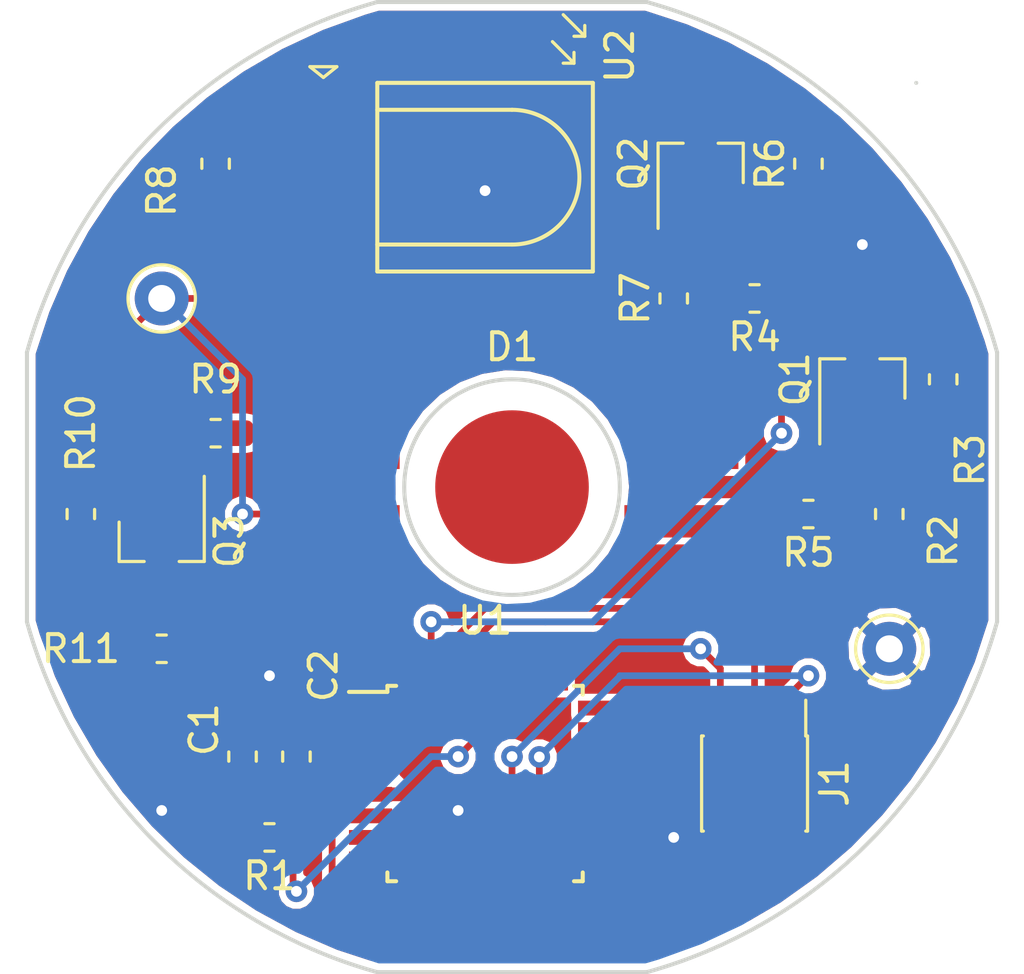
<source format=kicad_pcb>
(kicad_pcb (version 20171130) (host pcbnew "(5.0.0)")

  (general
    (thickness 1.6)
    (drawings 12)
    (tracks 127)
    (zones 0)
    (modules 22)
    (nets 41)
  )

  (page A4)
  (layers
    (0 F.Cu signal)
    (31 B.Cu signal)
    (32 B.Adhes user)
    (33 F.Adhes user)
    (34 B.Paste user)
    (35 F.Paste user)
    (36 B.SilkS user)
    (37 F.SilkS user)
    (38 B.Mask user)
    (39 F.Mask user)
    (40 Dwgs.User user)
    (41 Cmts.User user)
    (42 Eco1.User user)
    (43 Eco2.User user)
    (44 Edge.Cuts user)
    (45 Margin user)
    (46 B.CrtYd user)
    (47 F.CrtYd user)
    (48 B.Fab user)
    (49 F.Fab user)
  )

  (setup
    (last_trace_width 0.25)
    (trace_clearance 0.2)
    (zone_clearance 0.25)
    (zone_45_only no)
    (trace_min 0.2)
    (segment_width 0.2)
    (edge_width 0.15)
    (via_size 0.8)
    (via_drill 0.4)
    (via_min_size 0.4)
    (via_min_drill 0.3)
    (uvia_size 0.3)
    (uvia_drill 0.1)
    (uvias_allowed no)
    (uvia_min_size 0.2)
    (uvia_min_drill 0.1)
    (pcb_text_width 0.3)
    (pcb_text_size 1.5 1.5)
    (mod_edge_width 0.15)
    (mod_text_size 1 1)
    (mod_text_width 0.15)
    (pad_size 1.524 1.524)
    (pad_drill 0.762)
    (pad_to_mask_clearance 0.2)
    (aux_axis_origin 135 115)
    (visible_elements 7FFFFFFF)
    (pcbplotparams
      (layerselection 0x010fc_ffffffff)
      (usegerberextensions false)
      (usegerberattributes false)
      (usegerberadvancedattributes false)
      (creategerberjobfile false)
      (excludeedgelayer true)
      (linewidth 0.100000)
      (plotframeref false)
      (viasonmask false)
      (mode 1)
      (useauxorigin false)
      (hpglpennumber 1)
      (hpglpenspeed 20)
      (hpglpendiameter 15.000000)
      (psnegative false)
      (psa4output false)
      (plotreference true)
      (plotvalue true)
      (plotinvisibletext false)
      (padsonsilk false)
      (subtractmaskfromsilk false)
      (outputformat 1)
      (mirror false)
      (drillshape 1)
      (scaleselection 1)
      (outputdirectory ""))
  )

  (net 0 "")
  (net 1 VCC)
  (net 2 GND)
  (net 3 "Net-(D1-Pad2)")
  (net 4 "Net-(D1-Pad3)")
  (net 5 "Net-(D1-Pad4)")
  (net 6 /MISO)
  (net 7 /SCK)
  (net 8 /RST)
  (net 9 /MOSI)
  (net 10 "Net-(Q1-Pad1)")
  (net 11 "Net-(Q1-Pad2)")
  (net 12 "Net-(Q2-Pad2)")
  (net 13 "Net-(Q2-Pad1)")
  (net 14 "Net-(Q3-Pad1)")
  (net 15 "Net-(Q3-Pad2)")
  (net 16 "Net-(R8-Pad1)")
  (net 17 /IR_MCU_IN)
  (net 18 "Net-(U1-Pad1)")
  (net 19 "Net-(U1-Pad2)")
  (net 20 "Net-(U1-Pad7)")
  (net 21 "Net-(U1-Pad8)")
  (net 22 "Net-(U1-Pad9)")
  (net 23 "Net-(U1-Pad10)")
  (net 24 "Net-(U1-Pad11)")
  (net 25 "Net-(U1-Pad12)")
  (net 26 "Net-(U1-Pad13)")
  (net 27 "Net-(U1-Pad14)")
  (net 28 "Net-(U1-Pad18)")
  (net 29 "Net-(U1-Pad19)")
  (net 30 "Net-(U1-Pad20)")
  (net 31 "Net-(U1-Pad22)")
  (net 32 "Net-(U1-Pad23)")
  (net 33 "Net-(U1-Pad24)")
  (net 34 "Net-(U1-Pad25)")
  (net 35 "Net-(U1-Pad26)")
  (net 36 "Net-(U1-Pad27)")
  (net 37 "Net-(U1-Pad28)")
  (net 38 /LED_R_MCU_OUT)
  (net 39 /LED_G_MCU_OUT)
  (net 40 /LED_B_MCU_OUT)

  (net_class Default "This is the default net class."
    (clearance 0.2)
    (trace_width 0.25)
    (via_dia 0.8)
    (via_drill 0.4)
    (uvia_dia 0.3)
    (uvia_drill 0.1)
    (add_net /IR_MCU_IN)
    (add_net /LED_B_MCU_OUT)
    (add_net /LED_G_MCU_OUT)
    (add_net /LED_R_MCU_OUT)
    (add_net /MISO)
    (add_net /MOSI)
    (add_net /RST)
    (add_net /SCK)
    (add_net GND)
    (add_net "Net-(D1-Pad2)")
    (add_net "Net-(D1-Pad3)")
    (add_net "Net-(D1-Pad4)")
    (add_net "Net-(Q1-Pad1)")
    (add_net "Net-(Q1-Pad2)")
    (add_net "Net-(Q2-Pad1)")
    (add_net "Net-(Q2-Pad2)")
    (add_net "Net-(Q3-Pad1)")
    (add_net "Net-(Q3-Pad2)")
    (add_net "Net-(R8-Pad1)")
    (add_net "Net-(U1-Pad1)")
    (add_net "Net-(U1-Pad10)")
    (add_net "Net-(U1-Pad11)")
    (add_net "Net-(U1-Pad12)")
    (add_net "Net-(U1-Pad13)")
    (add_net "Net-(U1-Pad14)")
    (add_net "Net-(U1-Pad18)")
    (add_net "Net-(U1-Pad19)")
    (add_net "Net-(U1-Pad2)")
    (add_net "Net-(U1-Pad20)")
    (add_net "Net-(U1-Pad22)")
    (add_net "Net-(U1-Pad23)")
    (add_net "Net-(U1-Pad24)")
    (add_net "Net-(U1-Pad25)")
    (add_net "Net-(U1-Pad26)")
    (add_net "Net-(U1-Pad27)")
    (add_net "Net-(U1-Pad28)")
    (add_net "Net-(U1-Pad7)")
    (add_net "Net-(U1-Pad8)")
    (add_net "Net-(U1-Pad9)")
    (add_net VCC)
  )

  (module Resistor_SMD:R_0603_1608Metric_Pad1.05x0.95mm_HandSolder (layer F.Cu) (tedit 5B9BC2F4) (tstamp 5BE460EE)
    (at 126 128 180)
    (descr "Resistor SMD 0603 (1608 Metric), square (rectangular) end terminal, IPC_7351 nominal with elongated pad for handsoldering. (Body size source: http://www.tortai-tech.com/upload/download/2011102023233369053.pdf), generated with kicad-footprint-generator")
    (tags "resistor handsolder")
    (path /5B9C9525)
    (attr smd)
    (fp_text reference R1 (at 0 -1.43 180) (layer F.SilkS)
      (effects (font (size 1 1) (thickness 0.15)))
    )
    (fp_text value 10k (at 0 1.43 180) (layer F.Fab) hide
      (effects (font (size 1 1) (thickness 0.15)))
    )
    (fp_text user %R (at 0 0 180) (layer F.Fab)
      (effects (font (size 0.4 0.4) (thickness 0.06)))
    )
    (fp_line (start 1.65 0.73) (end -1.65 0.73) (layer F.CrtYd) (width 0.05))
    (fp_line (start 1.65 -0.73) (end 1.65 0.73) (layer F.CrtYd) (width 0.05))
    (fp_line (start -1.65 -0.73) (end 1.65 -0.73) (layer F.CrtYd) (width 0.05))
    (fp_line (start -1.65 0.73) (end -1.65 -0.73) (layer F.CrtYd) (width 0.05))
    (fp_line (start -0.171267 0.51) (end 0.171267 0.51) (layer F.SilkS) (width 0.12))
    (fp_line (start -0.171267 -0.51) (end 0.171267 -0.51) (layer F.SilkS) (width 0.12))
    (fp_line (start 0.8 0.4) (end -0.8 0.4) (layer F.Fab) (width 0.1))
    (fp_line (start 0.8 -0.4) (end 0.8 0.4) (layer F.Fab) (width 0.1))
    (fp_line (start -0.8 -0.4) (end 0.8 -0.4) (layer F.Fab) (width 0.1))
    (fp_line (start -0.8 0.4) (end -0.8 -0.4) (layer F.Fab) (width 0.1))
    (pad 2 smd roundrect (at 0.875 0 180) (size 1.05 0.95) (layers F.Cu F.Paste F.Mask) (roundrect_rratio 0.25)
      (net 1 VCC))
    (pad 1 smd roundrect (at -0.875 0 180) (size 1.05 0.95) (layers F.Cu F.Paste F.Mask) (roundrect_rratio 0.25)
      (net 8 /RST))
    (model ${KISYS3DMOD}/Resistor_SMD.3dshapes/R_0603_1608Metric.wrl
      (at (xyz 0 0 0))
      (scale (xyz 1 1 1))
      (rotate (xyz 0 0 0))
    )
  )

  (module myFootprints:Vishay_MINIMOLD-3Pin-horizontal-smd (layer F.Cu) (tedit 5B9BC25F) (tstamp 5BE4619E)
    (at 128 101 270)
    (descr "IR Receiver Vishay TSOP-xxxx, MINIMOLD package, see https://www.vishay.com/docs/82742/tsop331.pdf")
    (tags "IR Receiver Vishay TSOP-xxxx MINIMOLD")
    (path /5B9B9759)
    (fp_text reference U2 (at -2 -11 90) (layer F.SilkS)
      (effects (font (size 1 1) (thickness 0.15)))
    )
    (fp_text value TSOP382xx (at 3 -11.25 90) (layer F.Fab) hide
      (effects (font (size 1 1) (thickness 0.15)))
    )
    (fp_line (start -1.25 -10.25) (end -1.25 -2.5) (layer F.CrtYd) (width 0.05))
    (fp_line (start 6.25 -10.25) (end -1.25 -10.25) (layer F.CrtYd) (width 0.05))
    (fp_line (start 6.25 1.75) (end 6.25 -10.25) (layer F.CrtYd) (width 0.05))
    (fp_line (start -1.25 1.75) (end 6.25 1.75) (layer F.CrtYd) (width 0.05))
    (fp_line (start -1.25 -2.5) (end -1.25 1.75) (layer F.CrtYd) (width 0.05))
    (fp_arc (start 2.5 -7) (end 5 -7) (angle -180) (layer F.SilkS) (width 0.15))
    (fp_line (start 0 -2) (end 0 -7) (layer F.SilkS) (width 0.15))
    (fp_line (start 5 -2) (end 5 -7) (layer F.SilkS) (width 0.15))
    (fp_line (start -1 -2) (end 6 -2) (layer F.SilkS) (width 0.15))
    (fp_line (start 6 -10) (end 6 -2) (layer F.SilkS) (width 0.15))
    (fp_line (start -1 -10) (end 6 -10) (layer F.SilkS) (width 0.15))
    (fp_line (start -1 -2) (end -1 -10) (layer F.SilkS) (width 0.15))
    (fp_line (start -1.73 -9.3) (end -2.13 -9.3) (layer F.SilkS) (width 0.12))
    (fp_line (start -1.73 -9.3) (end -1.73 -8.9) (layer F.SilkS) (width 0.12))
    (fp_line (start -1.73 -9.3) (end -2.53 -8.5) (layer F.SilkS) (width 0.12))
    (fp_line (start -2.73 -9.7) (end -3.53 -8.9) (layer F.SilkS) (width 0.12))
    (fp_line (start -2.73 -9.7) (end -2.73 -9.3) (layer F.SilkS) (width 0.12))
    (fp_line (start -2.73 -9.7) (end -3.13 -9.7) (layer F.SilkS) (width 0.12))
    (fp_line (start 5 1.1) (end 5 1.4) (layer F.Fab) (width 0.1))
    (fp_line (start 5.3 1.1) (end 5 1.1) (layer F.Fab) (width 0.1))
    (fp_line (start 5.3 -1.05) (end 5.3 1.1) (layer F.Fab) (width 0.1))
    (fp_line (start 5.25 -1.05) (end 5.3 -1.05) (layer F.Fab) (width 0.1))
    (fp_line (start -0.2 1.1) (end -0.2 -1.05) (layer F.Fab) (width 0.1))
    (fp_line (start 0 1.1) (end -0.2 1.1) (layer F.Fab) (width 0.1))
    (fp_line (start 0 1.15) (end 0 1.1) (layer F.Fab) (width 0.1))
    (fp_line (start 0 1.4) (end 0 1.15) (layer F.Fab) (width 0.1))
    (fp_line (start -1.2 0) (end -1.6 -0.5) (layer F.SilkS) (width 0.12))
    (fp_line (start -1.6 -0.5) (end -1.6 0.5) (layer F.SilkS) (width 0.12))
    (fp_line (start -1.6 0.5) (end -1.2 0) (layer F.SilkS) (width 0.12))
    (pad 3 smd rect (at 5.08 0 270) (size 1.8 3.1) (layers F.Cu F.Paste F.Mask)
      (net 1 VCC))
    (pad 2 smd rect (at 2.54 0 270) (size 1.8 3.1) (layers F.Cu F.Paste F.Mask)
      (net 2 GND))
    (pad 1 smd rect (at 0 0 270) (size 1.8 3.1) (layers F.Cu F.Paste F.Mask)
      (net 16 "Net-(R8-Pad1)"))
    (model ${KISYS3DMOD}/OptoDevice.3dshapes/Vishay_MINIMOLD-3Pin.wrl
      (at (xyz 0 0 0))
      (scale (xyz 1 1 1))
      (rotate (xyz 90 0 0))
    )
  )

  (module myFootprints:LED_RGB_3W (layer F.Cu) (tedit 5B9BC2D7) (tstamp 5BCC3DCB)
    (at 135 115)
    (descr https://www.gme.sk/img/cache/doc/518/177/vykonova-led-getian-gt-p6prgb4303-datasheet-1.pdf)
    (tags "LED RGB ")
    (path /5B9B9800)
    (attr smd)
    (fp_text reference D1 (at 0 -5.2) (layer F.SilkS)
      (effects (font (size 1 1) (thickness 0.15)))
    )
    (fp_text value LED_ARGB (at 0 5.45) (layer F.Fab) hide
      (effects (font (size 1 1) (thickness 0.15)))
    )
    (fp_line (start 3.6 -1.27) (end 6.3 -1.27) (layer F.Fab) (width 0.1))
    (fp_line (start 3.6 1.27) (end 6.3 1.27) (layer F.Fab) (width 0.1))
    (fp_line (start -3.6 1.27) (end -6.2 1.27) (layer F.Fab) (width 0.1))
    (fp_line (start -3.625231 -1.27) (end -6.225231 -1.27) (layer F.Fab) (width 0.1))
    (fp_line (start 3.6 -1.8) (end 3.6 1.8) (layer F.Fab) (width 0.1))
    (fp_line (start -3.6 1.8) (end -3.6 -1.8) (layer F.Fab) (width 0.1))
    (fp_line (start 8.89 -4.55) (end 8.89 4.55) (layer F.CrtYd) (width 0.05))
    (fp_line (start -8.89 -4.55) (end -8.89 4.55) (layer F.CrtYd) (width 0.05))
    (fp_line (start -8.89 4.572) (end 7.16 4.572) (layer F.CrtYd) (width 0.05))
    (fp_arc (start 0 0) (end 0 4) (angle -65) (layer F.Fab) (width 0.1))
    (fp_arc (start 0 0) (end 0 4) (angle 65) (layer F.Fab) (width 0.1))
    (fp_arc (start 0 0) (end 0 -4) (angle -65) (layer F.Fab) (width 0.1))
    (fp_arc (start 0 0) (end 0 -4) (angle 65) (layer F.Fab) (width 0.1))
    (fp_line (start 7.112 4.572) (end 8.89 4.572) (layer F.CrtYd) (width 0.05))
    (fp_line (start 8.89 -4.572) (end -8.89 -4.572) (layer F.CrtYd) (width 0.05))
    (fp_line (start -8.89 -4.572) (end -8.89 -4.318) (layer F.CrtYd) (width 0.05))
    (fp_line (start 8.89 -4.572) (end 8.89 4.572) (layer F.CrtYd) (width 0.05))
    (fp_line (start -8.89 4.572) (end -8.89 4.445) (layer F.CrtYd) (width 0.05))
    (pad 2 smd rect (at 6.22 1.27 180) (size 4.1 1.2) (layers F.Cu F.Paste F.Mask)
      (net 3 "Net-(D1-Pad2)"))
    (pad 3 smd rect (at 6.35 -1.27 180) (size 4.1 1.2) (layers F.Cu F.Paste F.Mask)
      (net 4 "Net-(D1-Pad3)"))
    (pad PAD smd circle (at 0 0) (size 5.7 5.7) (layers F.Cu F.Paste F.Mask))
    (pad 4 smd rect (at -6.22 -1.27) (size 4.1 1.2) (layers F.Cu F.Paste F.Mask)
      (net 5 "Net-(D1-Pad4)"))
    (pad 1 smd rect (at -6.22 1.27) (size 4.1 1.2) (layers F.Cu F.Paste F.Mask)
      (net 1 VCC))
    (model ${KISYS3DMOD}/LED_SMD.3dshapes/LED_RGB_Getian_GT-P6PRGB4303.wrl
      (at (xyz 0 0 0))
      (scale (xyz 1 1 1))
      (rotate (xyz 0 0 0))
    )
  )

  (module Connector_Pin:Pin_D1.0mm_L10.0mm (layer F.Cu) (tedit 5B9BC279) (tstamp 5BCC3E06)
    (at 122 108)
    (descr "solder Pin_ diameter 1.0mm, hole diameter 1.0mm (press fit), length 10.0mm")
    (tags "solder Pin_ press fit")
    (path /5B9DA2E3)
    (fp_text reference MH1 (at 0 2.25) (layer F.SilkS) hide
      (effects (font (size 1 1) (thickness 0.15)))
    )
    (fp_text value VCC (at 0 -2.05) (layer F.Fab)
      (effects (font (size 1 1) (thickness 0.15)))
    )
    (fp_text user %R (at 0 2.25) (layer F.Fab) hide
      (effects (font (size 1 1) (thickness 0.15)))
    )
    (fp_circle (center 0 0) (end 1.5 0) (layer F.CrtYd) (width 0.05))
    (fp_circle (center 0 0) (end 0.5 0) (layer F.Fab) (width 0.12))
    (fp_circle (center 0 0) (end 1 0) (layer F.Fab) (width 0.12))
    (fp_circle (center 0 0) (end 1.25 0.05) (layer F.SilkS) (width 0.12))
    (pad 1 thru_hole circle (at 0 0) (size 2 2) (drill 1) (layers *.Cu *.Mask)
      (net 1 VCC))
    (model ${KISYS3DMOD}/Connector_Pin.3dshapes/Pin_D1.0mm_L10.0mm.wrl
      (at (xyz 0 0 0))
      (scale (xyz 1 1 1))
      (rotate (xyz 0 0 0))
    )
  )

  (module Connector_Pin:Pin_D1.0mm_L10.0mm (layer F.Cu) (tedit 5B9BC2C1) (tstamp 5BCC3E10)
    (at 149 121)
    (descr "solder Pin_ diameter 1.0mm, hole diameter 1.0mm (press fit), length 10.0mm")
    (tags "solder Pin_ press fit")
    (path /5B9DA4DD)
    (fp_text reference MH2 (at 0 2.25) (layer F.SilkS) hide
      (effects (font (size 1 1) (thickness 0.15)))
    )
    (fp_text value GND (at 0 -2.05) (layer F.Fab)
      (effects (font (size 1 1) (thickness 0.15)))
    )
    (fp_circle (center 0 0) (end 1.25 0.05) (layer F.SilkS) (width 0.12))
    (fp_circle (center 0 0) (end 1 0) (layer F.Fab) (width 0.12))
    (fp_circle (center 0 0) (end 0.5 0) (layer F.Fab) (width 0.12))
    (fp_circle (center 0 0) (end 1.5 0) (layer F.CrtYd) (width 0.05))
    (fp_text user %R (at 0 2.25) (layer F.Fab) hide
      (effects (font (size 1 1) (thickness 0.15)))
    )
    (pad 1 thru_hole circle (at 0 0) (size 2 2) (drill 1) (layers *.Cu *.Mask)
      (net 2 GND))
    (model ${KISYS3DMOD}/Connector_Pin.3dshapes/Pin_D1.0mm_L10.0mm.wrl
      (at (xyz 0 0 0))
      (scale (xyz 1 1 1))
      (rotate (xyz 0 0 0))
    )
  )

  (module Package_TO_SOT_SMD:SOT-23_Handsoldering (layer F.Cu) (tedit 5B9BC29F) (tstamp 5BCC3E25)
    (at 148 111 90)
    (descr "SOT-23, Handsoldering")
    (tags SOT-23)
    (path /5B9B9A42)
    (attr smd)
    (fp_text reference Q1 (at 0 -2.5 90) (layer F.SilkS)
      (effects (font (size 1 1) (thickness 0.15)))
    )
    (fp_text value Q_NMOS_DGS (at 0 2.5 90) (layer F.Fab) hide
      (effects (font (size 1 1) (thickness 0.15)))
    )
    (fp_text user %R (at 0 0 180) (layer F.Fab)
      (effects (font (size 0.5 0.5) (thickness 0.075)))
    )
    (fp_line (start 0.76 1.58) (end 0.76 0.65) (layer F.SilkS) (width 0.12))
    (fp_line (start 0.76 -1.58) (end 0.76 -0.65) (layer F.SilkS) (width 0.12))
    (fp_line (start -2.7 -1.75) (end 2.7 -1.75) (layer F.CrtYd) (width 0.05))
    (fp_line (start 2.7 -1.75) (end 2.7 1.75) (layer F.CrtYd) (width 0.05))
    (fp_line (start 2.7 1.75) (end -2.7 1.75) (layer F.CrtYd) (width 0.05))
    (fp_line (start -2.7 1.75) (end -2.7 -1.75) (layer F.CrtYd) (width 0.05))
    (fp_line (start 0.76 -1.58) (end -2.4 -1.58) (layer F.SilkS) (width 0.12))
    (fp_line (start -0.7 -0.95) (end -0.7 1.5) (layer F.Fab) (width 0.1))
    (fp_line (start -0.15 -1.52) (end 0.7 -1.52) (layer F.Fab) (width 0.1))
    (fp_line (start -0.7 -0.95) (end -0.15 -1.52) (layer F.Fab) (width 0.1))
    (fp_line (start 0.7 -1.52) (end 0.7 1.52) (layer F.Fab) (width 0.1))
    (fp_line (start -0.7 1.52) (end 0.7 1.52) (layer F.Fab) (width 0.1))
    (fp_line (start 0.76 1.58) (end -0.7 1.58) (layer F.SilkS) (width 0.12))
    (pad 1 smd rect (at -1.5 -0.95 90) (size 1.9 0.8) (layers F.Cu F.Paste F.Mask)
      (net 10 "Net-(Q1-Pad1)"))
    (pad 2 smd rect (at -1.5 0.95 90) (size 1.9 0.8) (layers F.Cu F.Paste F.Mask)
      (net 11 "Net-(Q1-Pad2)"))
    (pad 3 smd rect (at 1.5 0 90) (size 1.9 0.8) (layers F.Cu F.Paste F.Mask)
      (net 2 GND))
    (model ${KISYS3DMOD}/Package_TO_SOT_SMD.3dshapes/SOT-23.wrl
      (at (xyz 0 0 0))
      (scale (xyz 1 1 1))
      (rotate (xyz 0 0 0))
    )
  )

  (module Package_TO_SOT_SMD:SOT-23_Handsoldering (layer F.Cu) (tedit 5B9BC283) (tstamp 5BCC4E63)
    (at 142 103 90)
    (descr "SOT-23, Handsoldering")
    (tags SOT-23)
    (path /5B9BE988)
    (attr smd)
    (fp_text reference Q2 (at 0 -2.5 90) (layer F.SilkS)
      (effects (font (size 1 1) (thickness 0.15)))
    )
    (fp_text value Q_NMOS_DGS (at 0 2.5 90) (layer F.Fab) hide
      (effects (font (size 1 1) (thickness 0.15)))
    )
    (fp_line (start 0.76 1.58) (end -0.7 1.58) (layer F.SilkS) (width 0.12))
    (fp_line (start -0.7 1.52) (end 0.7 1.52) (layer F.Fab) (width 0.1))
    (fp_line (start 0.7 -1.52) (end 0.7 1.52) (layer F.Fab) (width 0.1))
    (fp_line (start -0.7 -0.95) (end -0.15 -1.52) (layer F.Fab) (width 0.1))
    (fp_line (start -0.15 -1.52) (end 0.7 -1.52) (layer F.Fab) (width 0.1))
    (fp_line (start -0.7 -0.95) (end -0.7 1.5) (layer F.Fab) (width 0.1))
    (fp_line (start 0.76 -1.58) (end -2.4 -1.58) (layer F.SilkS) (width 0.12))
    (fp_line (start -2.7 1.75) (end -2.7 -1.75) (layer F.CrtYd) (width 0.05))
    (fp_line (start 2.7 1.75) (end -2.7 1.75) (layer F.CrtYd) (width 0.05))
    (fp_line (start 2.7 -1.75) (end 2.7 1.75) (layer F.CrtYd) (width 0.05))
    (fp_line (start -2.7 -1.75) (end 2.7 -1.75) (layer F.CrtYd) (width 0.05))
    (fp_line (start 0.76 -1.58) (end 0.76 -0.65) (layer F.SilkS) (width 0.12))
    (fp_line (start 0.76 1.58) (end 0.76 0.65) (layer F.SilkS) (width 0.12))
    (fp_text user %R (at 0 0 180) (layer F.Fab)
      (effects (font (size 0.5 0.5) (thickness 0.075)))
    )
    (pad 3 smd rect (at 1.5 0 90) (size 1.9 0.8) (layers F.Cu F.Paste F.Mask)
      (net 2 GND))
    (pad 2 smd rect (at -1.5 0.95 90) (size 1.9 0.8) (layers F.Cu F.Paste F.Mask)
      (net 12 "Net-(Q2-Pad2)"))
    (pad 1 smd rect (at -1.5 -0.95 90) (size 1.9 0.8) (layers F.Cu F.Paste F.Mask)
      (net 13 "Net-(Q2-Pad1)"))
    (model ${KISYS3DMOD}/Package_TO_SOT_SMD.3dshapes/SOT-23.wrl
      (at (xyz 0 0 0))
      (scale (xyz 1 1 1))
      (rotate (xyz 0 0 0))
    )
  )

  (module Package_TO_SOT_SMD:SOT-23_Handsoldering (layer F.Cu) (tedit 5B9BC2FA) (tstamp 5BCC3E4F)
    (at 122 117 270)
    (descr "SOT-23, Handsoldering")
    (tags SOT-23)
    (path /5B9BF051)
    (attr smd)
    (fp_text reference Q3 (at 0 -2.5 270) (layer F.SilkS)
      (effects (font (size 1 1) (thickness 0.15)))
    )
    (fp_text value Q_NMOS_DGS (at 0 2.5 270) (layer F.Fab) hide
      (effects (font (size 1 1) (thickness 0.15)))
    )
    (fp_text user %R (at 0 0) (layer F.Fab)
      (effects (font (size 0.5 0.5) (thickness 0.075)))
    )
    (fp_line (start 0.76 1.58) (end 0.76 0.65) (layer F.SilkS) (width 0.12))
    (fp_line (start 0.76 -1.58) (end 0.76 -0.65) (layer F.SilkS) (width 0.12))
    (fp_line (start -2.7 -1.75) (end 2.7 -1.75) (layer F.CrtYd) (width 0.05))
    (fp_line (start 2.7 -1.75) (end 2.7 1.75) (layer F.CrtYd) (width 0.05))
    (fp_line (start 2.7 1.75) (end -2.7 1.75) (layer F.CrtYd) (width 0.05))
    (fp_line (start -2.7 1.75) (end -2.7 -1.75) (layer F.CrtYd) (width 0.05))
    (fp_line (start 0.76 -1.58) (end -2.4 -1.58) (layer F.SilkS) (width 0.12))
    (fp_line (start -0.7 -0.95) (end -0.7 1.5) (layer F.Fab) (width 0.1))
    (fp_line (start -0.15 -1.52) (end 0.7 -1.52) (layer F.Fab) (width 0.1))
    (fp_line (start -0.7 -0.95) (end -0.15 -1.52) (layer F.Fab) (width 0.1))
    (fp_line (start 0.7 -1.52) (end 0.7 1.52) (layer F.Fab) (width 0.1))
    (fp_line (start -0.7 1.52) (end 0.7 1.52) (layer F.Fab) (width 0.1))
    (fp_line (start 0.76 1.58) (end -0.7 1.58) (layer F.SilkS) (width 0.12))
    (pad 1 smd rect (at -1.5 -0.95 270) (size 1.9 0.8) (layers F.Cu F.Paste F.Mask)
      (net 14 "Net-(Q3-Pad1)"))
    (pad 2 smd rect (at -1.5 0.95 270) (size 1.9 0.8) (layers F.Cu F.Paste F.Mask)
      (net 15 "Net-(Q3-Pad2)"))
    (pad 3 smd rect (at 1.5 0 270) (size 1.9 0.8) (layers F.Cu F.Paste F.Mask)
      (net 2 GND))
    (model ${KISYS3DMOD}/Package_TO_SOT_SMD.3dshapes/SOT-23.wrl
      (at (xyz 0 0 0))
      (scale (xyz 1 1 1))
      (rotate (xyz 0 0 0))
    )
  )

  (module Package_QFP:TQFP-32_7x7mm_P0.8mm (layer F.Cu) (tedit 5B9BC2DD) (tstamp 5BCC4368)
    (at 134 126)
    (descr "32-Lead Plastic Thin Quad Flatpack (PT) - 7x7x1.0 mm Body, 2.00 mm [TQFP] (see Microchip Packaging Specification 00000049BS.pdf)")
    (tags "QFP 0.8")
    (path /5B9B91BF)
    (attr smd)
    (fp_text reference U1 (at 0 -6.05) (layer F.SilkS)
      (effects (font (size 1 1) (thickness 0.15)))
    )
    (fp_text value ATmega328-AU (at 0 6.05) (layer F.Fab) hide
      (effects (font (size 1 1) (thickness 0.15)))
    )
    (fp_text user %R (at 5 5) (layer F.Fab)
      (effects (font (size 1 1) (thickness 0.15)))
    )
    (fp_line (start -2.5 -3.5) (end 3.5 -3.5) (layer F.Fab) (width 0.15))
    (fp_line (start 3.5 -3.5) (end 3.5 3.5) (layer F.Fab) (width 0.15))
    (fp_line (start 3.5 3.5) (end -3.5 3.5) (layer F.Fab) (width 0.15))
    (fp_line (start -3.5 3.5) (end -3.5 -2.5) (layer F.Fab) (width 0.15))
    (fp_line (start -3.5 -2.5) (end -2.5 -3.5) (layer F.Fab) (width 0.15))
    (fp_line (start -5.3 -5.3) (end -5.3 5.3) (layer F.CrtYd) (width 0.05))
    (fp_line (start 5.3 -5.3) (end 5.3 5.3) (layer F.CrtYd) (width 0.05))
    (fp_line (start -5.3 -5.3) (end 5.3 -5.3) (layer F.CrtYd) (width 0.05))
    (fp_line (start -5.3 5.3) (end 5.3 5.3) (layer F.CrtYd) (width 0.05))
    (fp_line (start -3.625 -3.625) (end -3.625 -3.4) (layer F.SilkS) (width 0.15))
    (fp_line (start 3.625 -3.625) (end 3.625 -3.3) (layer F.SilkS) (width 0.15))
    (fp_line (start 3.625 3.625) (end 3.625 3.3) (layer F.SilkS) (width 0.15))
    (fp_line (start -3.625 3.625) (end -3.625 3.3) (layer F.SilkS) (width 0.15))
    (fp_line (start -3.625 -3.625) (end -3.3 -3.625) (layer F.SilkS) (width 0.15))
    (fp_line (start -3.625 3.625) (end -3.3 3.625) (layer F.SilkS) (width 0.15))
    (fp_line (start 3.625 3.625) (end 3.3 3.625) (layer F.SilkS) (width 0.15))
    (fp_line (start 3.625 -3.625) (end 3.3 -3.625) (layer F.SilkS) (width 0.15))
    (fp_line (start -3.625 -3.4) (end -5.05 -3.4) (layer F.SilkS) (width 0.15))
    (pad 1 smd rect (at -4.25 -2.8) (size 1.6 0.55) (layers F.Cu F.Paste F.Mask)
      (net 18 "Net-(U1-Pad1)"))
    (pad 2 smd rect (at -4.25 -2) (size 1.6 0.55) (layers F.Cu F.Paste F.Mask)
      (net 19 "Net-(U1-Pad2)"))
    (pad 3 smd rect (at -4.25 -1.2) (size 1.6 0.55) (layers F.Cu F.Paste F.Mask)
      (net 2 GND))
    (pad 4 smd rect (at -4.25 -0.4) (size 1.6 0.55) (layers F.Cu F.Paste F.Mask)
      (net 1 VCC))
    (pad 5 smd rect (at -4.25 0.4) (size 1.6 0.55) (layers F.Cu F.Paste F.Mask)
      (net 2 GND))
    (pad 6 smd rect (at -4.25 1.2) (size 1.6 0.55) (layers F.Cu F.Paste F.Mask)
      (net 1 VCC))
    (pad 7 smd rect (at -4.25 2) (size 1.6 0.55) (layers F.Cu F.Paste F.Mask)
      (net 20 "Net-(U1-Pad7)"))
    (pad 8 smd rect (at -4.25 2.8) (size 1.6 0.55) (layers F.Cu F.Paste F.Mask)
      (net 21 "Net-(U1-Pad8)"))
    (pad 9 smd rect (at -2.8 4.25 90) (size 1.6 0.55) (layers F.Cu F.Paste F.Mask)
      (net 22 "Net-(U1-Pad9)"))
    (pad 10 smd rect (at -2 4.25 90) (size 1.6 0.55) (layers F.Cu F.Paste F.Mask)
      (net 23 "Net-(U1-Pad10)"))
    (pad 11 smd rect (at -1.2 4.25 90) (size 1.6 0.55) (layers F.Cu F.Paste F.Mask)
      (net 24 "Net-(U1-Pad11)"))
    (pad 12 smd rect (at -0.4 4.25 90) (size 1.6 0.55) (layers F.Cu F.Paste F.Mask)
      (net 25 "Net-(U1-Pad12)"))
    (pad 13 smd rect (at 0.4 4.25 90) (size 1.6 0.55) (layers F.Cu F.Paste F.Mask)
      (net 26 "Net-(U1-Pad13)"))
    (pad 14 smd rect (at 1.2 4.25 90) (size 1.6 0.55) (layers F.Cu F.Paste F.Mask)
      (net 27 "Net-(U1-Pad14)"))
    (pad 15 smd rect (at 2 4.25 90) (size 1.6 0.55) (layers F.Cu F.Paste F.Mask)
      (net 9 /MOSI))
    (pad 16 smd rect (at 2.8 4.25 90) (size 1.6 0.55) (layers F.Cu F.Paste F.Mask)
      (net 6 /MISO))
    (pad 17 smd rect (at 4.25 2.8) (size 1.6 0.55) (layers F.Cu F.Paste F.Mask)
      (net 7 /SCK))
    (pad 18 smd rect (at 4.25 2) (size 1.6 0.55) (layers F.Cu F.Paste F.Mask)
      (net 28 "Net-(U1-Pad18)"))
    (pad 19 smd rect (at 4.25 1.2) (size 1.6 0.55) (layers F.Cu F.Paste F.Mask)
      (net 29 "Net-(U1-Pad19)"))
    (pad 20 smd rect (at 4.25 0.4) (size 1.6 0.55) (layers F.Cu F.Paste F.Mask)
      (net 30 "Net-(U1-Pad20)"))
    (pad 21 smd rect (at 4.25 -0.4) (size 1.6 0.55) (layers F.Cu F.Paste F.Mask)
      (net 2 GND))
    (pad 22 smd rect (at 4.25 -1.2) (size 1.6 0.55) (layers F.Cu F.Paste F.Mask)
      (net 31 "Net-(U1-Pad22)"))
    (pad 23 smd rect (at 4.25 -2) (size 1.6 0.55) (layers F.Cu F.Paste F.Mask)
      (net 32 "Net-(U1-Pad23)"))
    (pad 24 smd rect (at 4.25 -2.8) (size 1.6 0.55) (layers F.Cu F.Paste F.Mask)
      (net 33 "Net-(U1-Pad24)"))
    (pad 25 smd rect (at 2.8 -4.25 90) (size 1.6 0.55) (layers F.Cu F.Paste F.Mask)
      (net 34 "Net-(U1-Pad25)"))
    (pad 26 smd rect (at 2 -4.25 90) (size 1.6 0.55) (layers F.Cu F.Paste F.Mask)
      (net 35 "Net-(U1-Pad26)"))
    (pad 27 smd rect (at 1.2 -4.25 90) (size 1.6 0.55) (layers F.Cu F.Paste F.Mask)
      (net 36 "Net-(U1-Pad27)"))
    (pad 28 smd rect (at 0.4 -4.25 90) (size 1.6 0.55) (layers F.Cu F.Paste F.Mask)
      (net 37 "Net-(U1-Pad28)"))
    (pad 29 smd rect (at -0.4 -4.25 90) (size 1.6 0.55) (layers F.Cu F.Paste F.Mask)
      (net 8 /RST))
    (pad 30 smd rect (at -1.2 -4.25 90) (size 1.6 0.55) (layers F.Cu F.Paste F.Mask)
      (net 38 /LED_R_MCU_OUT))
    (pad 31 smd rect (at -2 -4.25 90) (size 1.6 0.55) (layers F.Cu F.Paste F.Mask)
      (net 39 /LED_G_MCU_OUT))
    (pad 32 smd rect (at -2.8 -4.25 90) (size 1.6 0.55) (layers F.Cu F.Paste F.Mask)
      (net 40 /LED_B_MCU_OUT))
    (model ${KISYS3DMOD}/Package_QFP.3dshapes/TQFP-32_7x7mm_P0.8mm.wrl
      (at (xyz 0 0 0))
      (scale (xyz 1 1 1))
      (rotate (xyz 0 0 0))
    )
  )

  (module Capacitor_SMD:C_0603_1608Metric_Pad1.05x0.95mm_HandSolder (layer F.Cu) (tedit 5B9BC2E7) (tstamp 5BE460A2)
    (at 125 125 90)
    (descr "Capacitor SMD 0603 (1608 Metric), square (rectangular) end terminal, IPC_7351 nominal with elongated pad for handsoldering. (Body size source: http://www.tortai-tech.com/upload/download/2011102023233369053.pdf), generated with kicad-footprint-generator")
    (tags "capacitor handsolder")
    (path /5B9BA3BF)
    (attr smd)
    (fp_text reference C1 (at 1 -1.43 90) (layer F.SilkS)
      (effects (font (size 1 1) (thickness 0.15)))
    )
    (fp_text value 10n (at 0 1.43 90) (layer F.Fab) hide
      (effects (font (size 1 1) (thickness 0.15)))
    )
    (fp_line (start -0.8 0.4) (end -0.8 -0.4) (layer F.Fab) (width 0.1))
    (fp_line (start -0.8 -0.4) (end 0.8 -0.4) (layer F.Fab) (width 0.1))
    (fp_line (start 0.8 -0.4) (end 0.8 0.4) (layer F.Fab) (width 0.1))
    (fp_line (start 0.8 0.4) (end -0.8 0.4) (layer F.Fab) (width 0.1))
    (fp_line (start -0.171267 -0.51) (end 0.171267 -0.51) (layer F.SilkS) (width 0.12))
    (fp_line (start -0.171267 0.51) (end 0.171267 0.51) (layer F.SilkS) (width 0.12))
    (fp_line (start -1.65 0.73) (end -1.65 -0.73) (layer F.CrtYd) (width 0.05))
    (fp_line (start -1.65 -0.73) (end 1.65 -0.73) (layer F.CrtYd) (width 0.05))
    (fp_line (start 1.65 -0.73) (end 1.65 0.73) (layer F.CrtYd) (width 0.05))
    (fp_line (start 1.65 0.73) (end -1.65 0.73) (layer F.CrtYd) (width 0.05))
    (fp_text user %R (at 0 0 90) (layer F.Fab)
      (effects (font (size 0.4 0.4) (thickness 0.06)))
    )
    (pad 1 smd roundrect (at -0.875 0 90) (size 1.05 0.95) (layers F.Cu F.Paste F.Mask) (roundrect_rratio 0.25)
      (net 1 VCC))
    (pad 2 smd roundrect (at 0.875 0 90) (size 1.05 0.95) (layers F.Cu F.Paste F.Mask) (roundrect_rratio 0.25)
      (net 2 GND))
    (model ${KISYS3DMOD}/Capacitor_SMD.3dshapes/C_0603_1608Metric.wrl
      (at (xyz 0 0 0))
      (scale (xyz 1 1 1))
      (rotate (xyz 0 0 0))
    )
  )

  (module Capacitor_SMD:C_0603_1608Metric_Pad1.05x0.95mm_HandSolder (layer F.Cu) (tedit 5B9BC2E3) (tstamp 5BE460B2)
    (at 127 125 90)
    (descr "Capacitor SMD 0603 (1608 Metric), square (rectangular) end terminal, IPC_7351 nominal with elongated pad for handsoldering. (Body size source: http://www.tortai-tech.com/upload/download/2011102023233369053.pdf), generated with kicad-footprint-generator")
    (tags "capacitor handsolder")
    (path /5B9B998E)
    (attr smd)
    (fp_text reference C2 (at 3 1 90) (layer F.SilkS)
      (effects (font (size 1 1) (thickness 0.15)))
    )
    (fp_text value 10n (at 0 1.43 90) (layer F.Fab) hide
      (effects (font (size 1 1) (thickness 0.15)))
    )
    (fp_text user %R (at 0 0 90) (layer F.Fab)
      (effects (font (size 0.4 0.4) (thickness 0.06)))
    )
    (fp_line (start 1.65 0.73) (end -1.65 0.73) (layer F.CrtYd) (width 0.05))
    (fp_line (start 1.65 -0.73) (end 1.65 0.73) (layer F.CrtYd) (width 0.05))
    (fp_line (start -1.65 -0.73) (end 1.65 -0.73) (layer F.CrtYd) (width 0.05))
    (fp_line (start -1.65 0.73) (end -1.65 -0.73) (layer F.CrtYd) (width 0.05))
    (fp_line (start -0.171267 0.51) (end 0.171267 0.51) (layer F.SilkS) (width 0.12))
    (fp_line (start -0.171267 -0.51) (end 0.171267 -0.51) (layer F.SilkS) (width 0.12))
    (fp_line (start 0.8 0.4) (end -0.8 0.4) (layer F.Fab) (width 0.1))
    (fp_line (start 0.8 -0.4) (end 0.8 0.4) (layer F.Fab) (width 0.1))
    (fp_line (start -0.8 -0.4) (end 0.8 -0.4) (layer F.Fab) (width 0.1))
    (fp_line (start -0.8 0.4) (end -0.8 -0.4) (layer F.Fab) (width 0.1))
    (pad 2 smd roundrect (at 0.875 0 90) (size 1.05 0.95) (layers F.Cu F.Paste F.Mask) (roundrect_rratio 0.25)
      (net 2 GND))
    (pad 1 smd roundrect (at -0.875 0 90) (size 1.05 0.95) (layers F.Cu F.Paste F.Mask) (roundrect_rratio 0.25)
      (net 1 VCC))
    (model ${KISYS3DMOD}/Capacitor_SMD.3dshapes/C_0603_1608Metric.wrl
      (at (xyz 0 0 0))
      (scale (xyz 1 1 1))
      (rotate (xyz 0 0 0))
    )
  )

  (module Connector_PinHeader_1.27mm:PinHeader_2x03_P1.27mm_Vertical_SMD (layer F.Cu) (tedit 5B9BC2C9) (tstamp 5BE460C2)
    (at 144 126 270)
    (descr "surface-mounted straight pin header, 2x03, 1.27mm pitch, double rows")
    (tags "Surface mounted pin header SMD 2x03 1.27mm double row")
    (path /5B9C48BA)
    (attr smd)
    (fp_text reference J1 (at 0 -2.965 270) (layer F.SilkS)
      (effects (font (size 1 1) (thickness 0.15)))
    )
    (fp_text value SPI_Prog_conn (at 0 2.965 270) (layer F.Fab) hide
      (effects (font (size 1 1) (thickness 0.15)))
    )
    (fp_line (start 1.705 1.905) (end -1.705 1.905) (layer F.Fab) (width 0.1))
    (fp_line (start -1.27 -1.905) (end 1.705 -1.905) (layer F.Fab) (width 0.1))
    (fp_line (start -1.705 1.905) (end -1.705 -1.47) (layer F.Fab) (width 0.1))
    (fp_line (start -1.705 -1.47) (end -1.27 -1.905) (layer F.Fab) (width 0.1))
    (fp_line (start 1.705 -1.905) (end 1.705 1.905) (layer F.Fab) (width 0.1))
    (fp_line (start -1.705 -1.47) (end -2.75 -1.47) (layer F.Fab) (width 0.1))
    (fp_line (start -2.75 -1.47) (end -2.75 -1.07) (layer F.Fab) (width 0.1))
    (fp_line (start -2.75 -1.07) (end -1.705 -1.07) (layer F.Fab) (width 0.1))
    (fp_line (start 1.705 -1.47) (end 2.75 -1.47) (layer F.Fab) (width 0.1))
    (fp_line (start 2.75 -1.47) (end 2.75 -1.07) (layer F.Fab) (width 0.1))
    (fp_line (start 2.75 -1.07) (end 1.705 -1.07) (layer F.Fab) (width 0.1))
    (fp_line (start -1.705 -0.2) (end -2.75 -0.2) (layer F.Fab) (width 0.1))
    (fp_line (start -2.75 -0.2) (end -2.75 0.2) (layer F.Fab) (width 0.1))
    (fp_line (start -2.75 0.2) (end -1.705 0.2) (layer F.Fab) (width 0.1))
    (fp_line (start 1.705 -0.2) (end 2.75 -0.2) (layer F.Fab) (width 0.1))
    (fp_line (start 2.75 -0.2) (end 2.75 0.2) (layer F.Fab) (width 0.1))
    (fp_line (start 2.75 0.2) (end 1.705 0.2) (layer F.Fab) (width 0.1))
    (fp_line (start -1.705 1.07) (end -2.75 1.07) (layer F.Fab) (width 0.1))
    (fp_line (start -2.75 1.07) (end -2.75 1.47) (layer F.Fab) (width 0.1))
    (fp_line (start -2.75 1.47) (end -1.705 1.47) (layer F.Fab) (width 0.1))
    (fp_line (start 1.705 1.07) (end 2.75 1.07) (layer F.Fab) (width 0.1))
    (fp_line (start 2.75 1.07) (end 2.75 1.47) (layer F.Fab) (width 0.1))
    (fp_line (start 2.75 1.47) (end 1.705 1.47) (layer F.Fab) (width 0.1))
    (fp_line (start -1.765 -1.965) (end 1.765 -1.965) (layer F.SilkS) (width 0.12))
    (fp_line (start -1.765 1.965) (end 1.765 1.965) (layer F.SilkS) (width 0.12))
    (fp_line (start -3.09 -1.9) (end -1.765 -1.9) (layer F.SilkS) (width 0.12))
    (fp_line (start -1.765 -1.965) (end -1.765 -1.9) (layer F.SilkS) (width 0.12))
    (fp_line (start 1.765 -1.965) (end 1.765 -1.9) (layer F.SilkS) (width 0.12))
    (fp_line (start -1.765 1.9) (end -1.765 1.965) (layer F.SilkS) (width 0.12))
    (fp_line (start 1.765 1.9) (end 1.765 1.965) (layer F.SilkS) (width 0.12))
    (fp_line (start -4.3 -2.45) (end -4.3 2.45) (layer F.CrtYd) (width 0.05))
    (fp_line (start -4.3 2.45) (end 4.3 2.45) (layer F.CrtYd) (width 0.05))
    (fp_line (start 4.3 2.45) (end 4.3 -2.45) (layer F.CrtYd) (width 0.05))
    (fp_line (start 4.3 -2.45) (end -4.3 -2.45) (layer F.CrtYd) (width 0.05))
    (fp_text user %R (at 0 0) (layer F.Fab)
      (effects (font (size 1 1) (thickness 0.15)))
    )
    (pad 1 smd rect (at -1.95 -1.27 270) (size 2.4 0.74) (layers F.Cu F.Paste F.Mask)
      (net 6 /MISO))
    (pad 2 smd rect (at 1.95 -1.27 270) (size 2.4 0.74) (layers F.Cu F.Paste F.Mask)
      (net 7 /SCK))
    (pad 3 smd rect (at -1.95 0 270) (size 2.4 0.74) (layers F.Cu F.Paste F.Mask)
      (net 8 /RST))
    (pad 4 smd rect (at 1.95 0 270) (size 2.4 0.74) (layers F.Cu F.Paste F.Mask)
      (net 1 VCC))
    (pad 5 smd rect (at -1.95 1.27 270) (size 2.4 0.74) (layers F.Cu F.Paste F.Mask)
      (net 9 /MOSI))
    (pad 6 smd rect (at 1.95 1.27 270) (size 2.4 0.74) (layers F.Cu F.Paste F.Mask)
      (net 2 GND))
    (model ${KISYS3DMOD}/Connector_PinHeader_1.27mm.3dshapes/PinHeader_2x03_P1.27mm_Vertical_SMD.wrl
      (at (xyz 0 0 0))
      (scale (xyz 1 1 1))
      (rotate (xyz 0 0 0))
    )
  )

  (module Resistor_SMD:R_0603_1608Metric_Pad1.05x0.95mm_HandSolder (layer F.Cu) (tedit 5B9BC2AA) (tstamp 5BE460FE)
    (at 149 116 90)
    (descr "Resistor SMD 0603 (1608 Metric), square (rectangular) end terminal, IPC_7351 nominal with elongated pad for handsoldering. (Body size source: http://www.tortai-tech.com/upload/download/2011102023233369053.pdf), generated with kicad-footprint-generator")
    (tags "resistor handsolder")
    (path /5B9BC106)
    (attr smd)
    (fp_text reference R2 (at -1 2 90) (layer F.SilkS)
      (effects (font (size 1 1) (thickness 0.15)))
    )
    (fp_text value 100R (at 0 1.43 90) (layer F.Fab) hide
      (effects (font (size 1 1) (thickness 0.15)))
    )
    (fp_line (start -0.8 0.4) (end -0.8 -0.4) (layer F.Fab) (width 0.1))
    (fp_line (start -0.8 -0.4) (end 0.8 -0.4) (layer F.Fab) (width 0.1))
    (fp_line (start 0.8 -0.4) (end 0.8 0.4) (layer F.Fab) (width 0.1))
    (fp_line (start 0.8 0.4) (end -0.8 0.4) (layer F.Fab) (width 0.1))
    (fp_line (start -0.171267 -0.51) (end 0.171267 -0.51) (layer F.SilkS) (width 0.12))
    (fp_line (start -0.171267 0.51) (end 0.171267 0.51) (layer F.SilkS) (width 0.12))
    (fp_line (start -1.65 0.73) (end -1.65 -0.73) (layer F.CrtYd) (width 0.05))
    (fp_line (start -1.65 -0.73) (end 1.65 -0.73) (layer F.CrtYd) (width 0.05))
    (fp_line (start 1.65 -0.73) (end 1.65 0.73) (layer F.CrtYd) (width 0.05))
    (fp_line (start 1.65 0.73) (end -1.65 0.73) (layer F.CrtYd) (width 0.05))
    (fp_text user %R (at 0 0 90) (layer F.Fab)
      (effects (font (size 0.4 0.4) (thickness 0.06)))
    )
    (pad 1 smd roundrect (at -0.875 0 90) (size 1.05 0.95) (layers F.Cu F.Paste F.Mask) (roundrect_rratio 0.25)
      (net 38 /LED_R_MCU_OUT))
    (pad 2 smd roundrect (at 0.875 0 90) (size 1.05 0.95) (layers F.Cu F.Paste F.Mask) (roundrect_rratio 0.25)
      (net 11 "Net-(Q1-Pad2)"))
    (model ${KISYS3DMOD}/Resistor_SMD.3dshapes/R_0603_1608Metric.wrl
      (at (xyz 0 0 0))
      (scale (xyz 1 1 1))
      (rotate (xyz 0 0 0))
    )
  )

  (module Resistor_SMD:R_0603_1608Metric_Pad1.05x0.95mm_HandSolder (layer F.Cu) (tedit 5B9BC2A3) (tstamp 5BE4610E)
    (at 151 111 90)
    (descr "Resistor SMD 0603 (1608 Metric), square (rectangular) end terminal, IPC_7351 nominal with elongated pad for handsoldering. (Body size source: http://www.tortai-tech.com/upload/download/2011102023233369053.pdf), generated with kicad-footprint-generator")
    (tags "resistor handsolder")
    (path /5B9BC47C)
    (attr smd)
    (fp_text reference R3 (at -3 1 90) (layer F.SilkS)
      (effects (font (size 1 1) (thickness 0.15)))
    )
    (fp_text value 10k (at 0 1.43 90) (layer F.Fab) hide
      (effects (font (size 1 1) (thickness 0.15)))
    )
    (fp_line (start -0.8 0.4) (end -0.8 -0.4) (layer F.Fab) (width 0.1))
    (fp_line (start -0.8 -0.4) (end 0.8 -0.4) (layer F.Fab) (width 0.1))
    (fp_line (start 0.8 -0.4) (end 0.8 0.4) (layer F.Fab) (width 0.1))
    (fp_line (start 0.8 0.4) (end -0.8 0.4) (layer F.Fab) (width 0.1))
    (fp_line (start -0.171267 -0.51) (end 0.171267 -0.51) (layer F.SilkS) (width 0.12))
    (fp_line (start -0.171267 0.51) (end 0.171267 0.51) (layer F.SilkS) (width 0.12))
    (fp_line (start -1.65 0.73) (end -1.65 -0.73) (layer F.CrtYd) (width 0.05))
    (fp_line (start -1.65 -0.73) (end 1.65 -0.73) (layer F.CrtYd) (width 0.05))
    (fp_line (start 1.65 -0.73) (end 1.65 0.73) (layer F.CrtYd) (width 0.05))
    (fp_line (start 1.65 0.73) (end -1.65 0.73) (layer F.CrtYd) (width 0.05))
    (fp_text user %R (at 0 0 90) (layer F.Fab)
      (effects (font (size 0.4 0.4) (thickness 0.06)))
    )
    (pad 1 smd roundrect (at -0.875 0 90) (size 1.05 0.95) (layers F.Cu F.Paste F.Mask) (roundrect_rratio 0.25)
      (net 11 "Net-(Q1-Pad2)"))
    (pad 2 smd roundrect (at 0.875 0 90) (size 1.05 0.95) (layers F.Cu F.Paste F.Mask) (roundrect_rratio 0.25)
      (net 2 GND))
    (model ${KISYS3DMOD}/Resistor_SMD.3dshapes/R_0603_1608Metric.wrl
      (at (xyz 0 0 0))
      (scale (xyz 1 1 1))
      (rotate (xyz 0 0 0))
    )
  )

  (module Resistor_SMD:R_0603_1608Metric_Pad1.05x0.95mm_HandSolder (layer F.Cu) (tedit 5B9BC290) (tstamp 5BE4611E)
    (at 144 108 180)
    (descr "Resistor SMD 0603 (1608 Metric), square (rectangular) end terminal, IPC_7351 nominal with elongated pad for handsoldering. (Body size source: http://www.tortai-tech.com/upload/download/2011102023233369053.pdf), generated with kicad-footprint-generator")
    (tags "resistor handsolder")
    (path /5B9BE994)
    (attr smd)
    (fp_text reference R4 (at 0 -1.43 180) (layer F.SilkS)
      (effects (font (size 1 1) (thickness 0.15)))
    )
    (fp_text value 100R (at 0 1.43 180) (layer F.Fab) hide
      (effects (font (size 1 1) (thickness 0.15)))
    )
    (fp_text user %R (at 0 0 180) (layer F.Fab)
      (effects (font (size 0.4 0.4) (thickness 0.06)))
    )
    (fp_line (start 1.65 0.73) (end -1.65 0.73) (layer F.CrtYd) (width 0.05))
    (fp_line (start 1.65 -0.73) (end 1.65 0.73) (layer F.CrtYd) (width 0.05))
    (fp_line (start -1.65 -0.73) (end 1.65 -0.73) (layer F.CrtYd) (width 0.05))
    (fp_line (start -1.65 0.73) (end -1.65 -0.73) (layer F.CrtYd) (width 0.05))
    (fp_line (start -0.171267 0.51) (end 0.171267 0.51) (layer F.SilkS) (width 0.12))
    (fp_line (start -0.171267 -0.51) (end 0.171267 -0.51) (layer F.SilkS) (width 0.12))
    (fp_line (start 0.8 0.4) (end -0.8 0.4) (layer F.Fab) (width 0.1))
    (fp_line (start 0.8 -0.4) (end 0.8 0.4) (layer F.Fab) (width 0.1))
    (fp_line (start -0.8 -0.4) (end 0.8 -0.4) (layer F.Fab) (width 0.1))
    (fp_line (start -0.8 0.4) (end -0.8 -0.4) (layer F.Fab) (width 0.1))
    (pad 2 smd roundrect (at 0.875 0 180) (size 1.05 0.95) (layers F.Cu F.Paste F.Mask) (roundrect_rratio 0.25)
      (net 12 "Net-(Q2-Pad2)"))
    (pad 1 smd roundrect (at -0.875 0 180) (size 1.05 0.95) (layers F.Cu F.Paste F.Mask) (roundrect_rratio 0.25)
      (net 39 /LED_G_MCU_OUT))
    (model ${KISYS3DMOD}/Resistor_SMD.3dshapes/R_0603_1608Metric.wrl
      (at (xyz 0 0 0))
      (scale (xyz 1 1 1))
      (rotate (xyz 0 0 0))
    )
  )

  (module Resistor_SMD:R_0603_1608Metric_Pad1.05x0.95mm_HandSolder (layer F.Cu) (tedit 5B9BC2AF) (tstamp 5BE4612E)
    (at 146 116 180)
    (descr "Resistor SMD 0603 (1608 Metric), square (rectangular) end terminal, IPC_7351 nominal with elongated pad for handsoldering. (Body size source: http://www.tortai-tech.com/upload/download/2011102023233369053.pdf), generated with kicad-footprint-generator")
    (tags "resistor handsolder")
    (path /5B9B9871)
    (attr smd)
    (fp_text reference R5 (at 0 -1.43 180) (layer F.SilkS)
      (effects (font (size 1 1) (thickness 0.15)))
    )
    (fp_text value 220R (at 0 1.43 180) (layer F.Fab) hide
      (effects (font (size 1 1) (thickness 0.15)))
    )
    (fp_line (start -0.8 0.4) (end -0.8 -0.4) (layer F.Fab) (width 0.1))
    (fp_line (start -0.8 -0.4) (end 0.8 -0.4) (layer F.Fab) (width 0.1))
    (fp_line (start 0.8 -0.4) (end 0.8 0.4) (layer F.Fab) (width 0.1))
    (fp_line (start 0.8 0.4) (end -0.8 0.4) (layer F.Fab) (width 0.1))
    (fp_line (start -0.171267 -0.51) (end 0.171267 -0.51) (layer F.SilkS) (width 0.12))
    (fp_line (start -0.171267 0.51) (end 0.171267 0.51) (layer F.SilkS) (width 0.12))
    (fp_line (start -1.65 0.73) (end -1.65 -0.73) (layer F.CrtYd) (width 0.05))
    (fp_line (start -1.65 -0.73) (end 1.65 -0.73) (layer F.CrtYd) (width 0.05))
    (fp_line (start 1.65 -0.73) (end 1.65 0.73) (layer F.CrtYd) (width 0.05))
    (fp_line (start 1.65 0.73) (end -1.65 0.73) (layer F.CrtYd) (width 0.05))
    (fp_text user %R (at 0 0 180) (layer F.Fab)
      (effects (font (size 0.4 0.4) (thickness 0.06)))
    )
    (pad 1 smd roundrect (at -0.875 0 180) (size 1.05 0.95) (layers F.Cu F.Paste F.Mask) (roundrect_rratio 0.25)
      (net 10 "Net-(Q1-Pad1)"))
    (pad 2 smd roundrect (at 0.875 0 180) (size 1.05 0.95) (layers F.Cu F.Paste F.Mask) (roundrect_rratio 0.25)
      (net 3 "Net-(D1-Pad2)"))
    (model ${KISYS3DMOD}/Resistor_SMD.3dshapes/R_0603_1608Metric.wrl
      (at (xyz 0 0 0))
      (scale (xyz 1 1 1))
      (rotate (xyz 0 0 0))
    )
  )

  (module Resistor_SMD:R_0603_1608Metric_Pad1.05x0.95mm_HandSolder (layer F.Cu) (tedit 5B9BC289) (tstamp 5BE4613E)
    (at 146 103 90)
    (descr "Resistor SMD 0603 (1608 Metric), square (rectangular) end terminal, IPC_7351 nominal with elongated pad for handsoldering. (Body size source: http://www.tortai-tech.com/upload/download/2011102023233369053.pdf), generated with kicad-footprint-generator")
    (tags "resistor handsolder")
    (path /5B9BE99B)
    (attr smd)
    (fp_text reference R6 (at 0 -1.43 90) (layer F.SilkS)
      (effects (font (size 1 1) (thickness 0.15)))
    )
    (fp_text value 10k (at 0 1.43 90) (layer F.Fab) hide
      (effects (font (size 1 1) (thickness 0.15)))
    )
    (fp_line (start -0.8 0.4) (end -0.8 -0.4) (layer F.Fab) (width 0.1))
    (fp_line (start -0.8 -0.4) (end 0.8 -0.4) (layer F.Fab) (width 0.1))
    (fp_line (start 0.8 -0.4) (end 0.8 0.4) (layer F.Fab) (width 0.1))
    (fp_line (start 0.8 0.4) (end -0.8 0.4) (layer F.Fab) (width 0.1))
    (fp_line (start -0.171267 -0.51) (end 0.171267 -0.51) (layer F.SilkS) (width 0.12))
    (fp_line (start -0.171267 0.51) (end 0.171267 0.51) (layer F.SilkS) (width 0.12))
    (fp_line (start -1.65 0.73) (end -1.65 -0.73) (layer F.CrtYd) (width 0.05))
    (fp_line (start -1.65 -0.73) (end 1.65 -0.73) (layer F.CrtYd) (width 0.05))
    (fp_line (start 1.65 -0.73) (end 1.65 0.73) (layer F.CrtYd) (width 0.05))
    (fp_line (start 1.65 0.73) (end -1.65 0.73) (layer F.CrtYd) (width 0.05))
    (fp_text user %R (at 0 0 90) (layer F.Fab)
      (effects (font (size 0.4 0.4) (thickness 0.06)))
    )
    (pad 1 smd roundrect (at -0.875 0 90) (size 1.05 0.95) (layers F.Cu F.Paste F.Mask) (roundrect_rratio 0.25)
      (net 12 "Net-(Q2-Pad2)"))
    (pad 2 smd roundrect (at 0.875 0 90) (size 1.05 0.95) (layers F.Cu F.Paste F.Mask) (roundrect_rratio 0.25)
      (net 2 GND))
    (model ${KISYS3DMOD}/Resistor_SMD.3dshapes/R_0603_1608Metric.wrl
      (at (xyz 0 0 0))
      (scale (xyz 1 1 1))
      (rotate (xyz 0 0 0))
    )
  )

  (module Resistor_SMD:R_0603_1608Metric_Pad1.05x0.95mm_HandSolder (layer F.Cu) (tedit 5B9BC297) (tstamp 5BE4614E)
    (at 141 108 90)
    (descr "Resistor SMD 0603 (1608 Metric), square (rectangular) end terminal, IPC_7351 nominal with elongated pad for handsoldering. (Body size source: http://www.tortai-tech.com/upload/download/2011102023233369053.pdf), generated with kicad-footprint-generator")
    (tags "resistor handsolder")
    (path /5B9B98ED)
    (attr smd)
    (fp_text reference R7 (at 0 -1.43 90) (layer F.SilkS)
      (effects (font (size 1 1) (thickness 0.15)))
    )
    (fp_text value 220R (at 0 1.43 90) (layer F.Fab) hide
      (effects (font (size 1 1) (thickness 0.15)))
    )
    (fp_text user %R (at 0 0 90) (layer F.Fab)
      (effects (font (size 0.4 0.4) (thickness 0.06)))
    )
    (fp_line (start 1.65 0.73) (end -1.65 0.73) (layer F.CrtYd) (width 0.05))
    (fp_line (start 1.65 -0.73) (end 1.65 0.73) (layer F.CrtYd) (width 0.05))
    (fp_line (start -1.65 -0.73) (end 1.65 -0.73) (layer F.CrtYd) (width 0.05))
    (fp_line (start -1.65 0.73) (end -1.65 -0.73) (layer F.CrtYd) (width 0.05))
    (fp_line (start -0.171267 0.51) (end 0.171267 0.51) (layer F.SilkS) (width 0.12))
    (fp_line (start -0.171267 -0.51) (end 0.171267 -0.51) (layer F.SilkS) (width 0.12))
    (fp_line (start 0.8 0.4) (end -0.8 0.4) (layer F.Fab) (width 0.1))
    (fp_line (start 0.8 -0.4) (end 0.8 0.4) (layer F.Fab) (width 0.1))
    (fp_line (start -0.8 -0.4) (end 0.8 -0.4) (layer F.Fab) (width 0.1))
    (fp_line (start -0.8 0.4) (end -0.8 -0.4) (layer F.Fab) (width 0.1))
    (pad 2 smd roundrect (at 0.875 0 90) (size 1.05 0.95) (layers F.Cu F.Paste F.Mask) (roundrect_rratio 0.25)
      (net 13 "Net-(Q2-Pad1)"))
    (pad 1 smd roundrect (at -0.875 0 90) (size 1.05 0.95) (layers F.Cu F.Paste F.Mask) (roundrect_rratio 0.25)
      (net 4 "Net-(D1-Pad3)"))
    (model ${KISYS3DMOD}/Resistor_SMD.3dshapes/R_0603_1608Metric.wrl
      (at (xyz 0 0 0))
      (scale (xyz 1 1 1))
      (rotate (xyz 0 0 0))
    )
  )

  (module Resistor_SMD:R_0603_1608Metric_Pad1.05x0.95mm_HandSolder (layer F.Cu) (tedit 5B9BC269) (tstamp 5BE4615E)
    (at 124 103 270)
    (descr "Resistor SMD 0603 (1608 Metric), square (rectangular) end terminal, IPC_7351 nominal with elongated pad for handsoldering. (Body size source: http://www.tortai-tech.com/upload/download/2011102023233369053.pdf), generated with kicad-footprint-generator")
    (tags "resistor handsolder")
    (path /5B9BB40C)
    (attr smd)
    (fp_text reference R8 (at 1 2 270) (layer F.SilkS)
      (effects (font (size 1 1) (thickness 0.15)))
    )
    (fp_text value 100R (at 0 1.43 270) (layer F.Fab) hide
      (effects (font (size 1 1) (thickness 0.15)))
    )
    (fp_text user %R (at 0 0 270) (layer F.Fab)
      (effects (font (size 0.4 0.4) (thickness 0.06)))
    )
    (fp_line (start 1.65 0.73) (end -1.65 0.73) (layer F.CrtYd) (width 0.05))
    (fp_line (start 1.65 -0.73) (end 1.65 0.73) (layer F.CrtYd) (width 0.05))
    (fp_line (start -1.65 -0.73) (end 1.65 -0.73) (layer F.CrtYd) (width 0.05))
    (fp_line (start -1.65 0.73) (end -1.65 -0.73) (layer F.CrtYd) (width 0.05))
    (fp_line (start -0.171267 0.51) (end 0.171267 0.51) (layer F.SilkS) (width 0.12))
    (fp_line (start -0.171267 -0.51) (end 0.171267 -0.51) (layer F.SilkS) (width 0.12))
    (fp_line (start 0.8 0.4) (end -0.8 0.4) (layer F.Fab) (width 0.1))
    (fp_line (start 0.8 -0.4) (end 0.8 0.4) (layer F.Fab) (width 0.1))
    (fp_line (start -0.8 -0.4) (end 0.8 -0.4) (layer F.Fab) (width 0.1))
    (fp_line (start -0.8 0.4) (end -0.8 -0.4) (layer F.Fab) (width 0.1))
    (pad 2 smd roundrect (at 0.875 0 270) (size 1.05 0.95) (layers F.Cu F.Paste F.Mask) (roundrect_rratio 0.25)
      (net 17 /IR_MCU_IN))
    (pad 1 smd roundrect (at -0.875 0 270) (size 1.05 0.95) (layers F.Cu F.Paste F.Mask) (roundrect_rratio 0.25)
      (net 16 "Net-(R8-Pad1)"))
    (model ${KISYS3DMOD}/Resistor_SMD.3dshapes/R_0603_1608Metric.wrl
      (at (xyz 0 0 0))
      (scale (xyz 1 1 1))
      (rotate (xyz 0 0 0))
    )
  )

  (module Resistor_SMD:R_0603_1608Metric_Pad1.05x0.95mm_HandSolder (layer F.Cu) (tedit 5B9BC304) (tstamp 5BE4616E)
    (at 124 113 180)
    (descr "Resistor SMD 0603 (1608 Metric), square (rectangular) end terminal, IPC_7351 nominal with elongated pad for handsoldering. (Body size source: http://www.tortai-tech.com/upload/download/2011102023233369053.pdf), generated with kicad-footprint-generator")
    (tags "resistor handsolder")
    (path /5B9B990F)
    (attr smd)
    (fp_text reference R9 (at 0 2 180) (layer F.SilkS)
      (effects (font (size 1 1) (thickness 0.15)))
    )
    (fp_text value 220R (at 0 1.43 180) (layer F.Fab) hide
      (effects (font (size 1 1) (thickness 0.15)))
    )
    (fp_line (start -0.8 0.4) (end -0.8 -0.4) (layer F.Fab) (width 0.1))
    (fp_line (start -0.8 -0.4) (end 0.8 -0.4) (layer F.Fab) (width 0.1))
    (fp_line (start 0.8 -0.4) (end 0.8 0.4) (layer F.Fab) (width 0.1))
    (fp_line (start 0.8 0.4) (end -0.8 0.4) (layer F.Fab) (width 0.1))
    (fp_line (start -0.171267 -0.51) (end 0.171267 -0.51) (layer F.SilkS) (width 0.12))
    (fp_line (start -0.171267 0.51) (end 0.171267 0.51) (layer F.SilkS) (width 0.12))
    (fp_line (start -1.65 0.73) (end -1.65 -0.73) (layer F.CrtYd) (width 0.05))
    (fp_line (start -1.65 -0.73) (end 1.65 -0.73) (layer F.CrtYd) (width 0.05))
    (fp_line (start 1.65 -0.73) (end 1.65 0.73) (layer F.CrtYd) (width 0.05))
    (fp_line (start 1.65 0.73) (end -1.65 0.73) (layer F.CrtYd) (width 0.05))
    (fp_text user %R (at 0 0 180) (layer F.Fab)
      (effects (font (size 0.4 0.4) (thickness 0.06)))
    )
    (pad 1 smd roundrect (at -0.875 0 180) (size 1.05 0.95) (layers F.Cu F.Paste F.Mask) (roundrect_rratio 0.25)
      (net 5 "Net-(D1-Pad4)"))
    (pad 2 smd roundrect (at 0.875 0 180) (size 1.05 0.95) (layers F.Cu F.Paste F.Mask) (roundrect_rratio 0.25)
      (net 14 "Net-(Q3-Pad1)"))
    (model ${KISYS3DMOD}/Resistor_SMD.3dshapes/R_0603_1608Metric.wrl
      (at (xyz 0 0 0))
      (scale (xyz 1 1 1))
      (rotate (xyz 0 0 0))
    )
  )

  (module Resistor_SMD:R_0603_1608Metric_Pad1.05x0.95mm_HandSolder (layer F.Cu) (tedit 5B9BC2FF) (tstamp 5BE46212)
    (at 119 116 90)
    (descr "Resistor SMD 0603 (1608 Metric), square (rectangular) end terminal, IPC_7351 nominal with elongated pad for handsoldering. (Body size source: http://www.tortai-tech.com/upload/download/2011102023233369053.pdf), generated with kicad-footprint-generator")
    (tags "resistor handsolder")
    (path /5B9BF05D)
    (attr smd)
    (fp_text reference R10 (at 3 0 90) (layer F.SilkS)
      (effects (font (size 1 1) (thickness 0.15)))
    )
    (fp_text value 100R (at 0 1.43 90) (layer F.Fab) hide
      (effects (font (size 1 1) (thickness 0.15)))
    )
    (fp_text user %R (at 0 0 90) (layer F.Fab)
      (effects (font (size 0.4 0.4) (thickness 0.06)))
    )
    (fp_line (start 1.65 0.73) (end -1.65 0.73) (layer F.CrtYd) (width 0.05))
    (fp_line (start 1.65 -0.73) (end 1.65 0.73) (layer F.CrtYd) (width 0.05))
    (fp_line (start -1.65 -0.73) (end 1.65 -0.73) (layer F.CrtYd) (width 0.05))
    (fp_line (start -1.65 0.73) (end -1.65 -0.73) (layer F.CrtYd) (width 0.05))
    (fp_line (start -0.171267 0.51) (end 0.171267 0.51) (layer F.SilkS) (width 0.12))
    (fp_line (start -0.171267 -0.51) (end 0.171267 -0.51) (layer F.SilkS) (width 0.12))
    (fp_line (start 0.8 0.4) (end -0.8 0.4) (layer F.Fab) (width 0.1))
    (fp_line (start 0.8 -0.4) (end 0.8 0.4) (layer F.Fab) (width 0.1))
    (fp_line (start -0.8 -0.4) (end 0.8 -0.4) (layer F.Fab) (width 0.1))
    (fp_line (start -0.8 0.4) (end -0.8 -0.4) (layer F.Fab) (width 0.1))
    (pad 2 smd roundrect (at 0.875 0 90) (size 1.05 0.95) (layers F.Cu F.Paste F.Mask) (roundrect_rratio 0.25)
      (net 15 "Net-(Q3-Pad2)"))
    (pad 1 smd roundrect (at -0.875 0 90) (size 1.05 0.95) (layers F.Cu F.Paste F.Mask) (roundrect_rratio 0.25)
      (net 40 /LED_B_MCU_OUT))
    (model ${KISYS3DMOD}/Resistor_SMD.3dshapes/R_0603_1608Metric.wrl
      (at (xyz 0 0 0))
      (scale (xyz 1 1 1))
      (rotate (xyz 0 0 0))
    )
  )

  (module Resistor_SMD:R_0603_1608Metric_Pad1.05x0.95mm_HandSolder (layer F.Cu) (tedit 5B9BC2EF) (tstamp 5BE4618E)
    (at 122 121)
    (descr "Resistor SMD 0603 (1608 Metric), square (rectangular) end terminal, IPC_7351 nominal with elongated pad for handsoldering. (Body size source: http://www.tortai-tech.com/upload/download/2011102023233369053.pdf), generated with kicad-footprint-generator")
    (tags "resistor handsolder")
    (path /5B9BF064)
    (attr smd)
    (fp_text reference R11 (at -3 0) (layer F.SilkS)
      (effects (font (size 1 1) (thickness 0.15)))
    )
    (fp_text value 10k (at 0 1.43) (layer F.Fab) hide
      (effects (font (size 1 1) (thickness 0.15)))
    )
    (fp_line (start -0.8 0.4) (end -0.8 -0.4) (layer F.Fab) (width 0.1))
    (fp_line (start -0.8 -0.4) (end 0.8 -0.4) (layer F.Fab) (width 0.1))
    (fp_line (start 0.8 -0.4) (end 0.8 0.4) (layer F.Fab) (width 0.1))
    (fp_line (start 0.8 0.4) (end -0.8 0.4) (layer F.Fab) (width 0.1))
    (fp_line (start -0.171267 -0.51) (end 0.171267 -0.51) (layer F.SilkS) (width 0.12))
    (fp_line (start -0.171267 0.51) (end 0.171267 0.51) (layer F.SilkS) (width 0.12))
    (fp_line (start -1.65 0.73) (end -1.65 -0.73) (layer F.CrtYd) (width 0.05))
    (fp_line (start -1.65 -0.73) (end 1.65 -0.73) (layer F.CrtYd) (width 0.05))
    (fp_line (start 1.65 -0.73) (end 1.65 0.73) (layer F.CrtYd) (width 0.05))
    (fp_line (start 1.65 0.73) (end -1.65 0.73) (layer F.CrtYd) (width 0.05))
    (fp_text user %R (at 0 0) (layer F.Fab)
      (effects (font (size 0.4 0.4) (thickness 0.06)))
    )
    (pad 1 smd roundrect (at -0.875 0) (size 1.05 0.95) (layers F.Cu F.Paste F.Mask) (roundrect_rratio 0.25)
      (net 15 "Net-(Q3-Pad2)"))
    (pad 2 smd roundrect (at 0.875 0) (size 1.05 0.95) (layers F.Cu F.Paste F.Mask) (roundrect_rratio 0.25)
      (net 2 GND))
    (model ${KISYS3DMOD}/Resistor_SMD.3dshapes/R_0603_1608Metric.wrl
      (at (xyz 0 0 0))
      (scale (xyz 1 1 1))
      (rotate (xyz 0 0 0))
    )
  )

  (gr_arc (start 135 115) (end 130.000001 97.000001) (angle -58.95177801) (layer Edge.Cuts) (width 0.15))
  (gr_arc (start 135 115) (end 152.999999 110.000001) (angle -58.95177801) (layer Edge.Cuts) (width 0.15))
  (gr_arc (start 135 115) (end 139.999999 132.999999) (angle -58.95177801) (layer Edge.Cuts) (width 0.15))
  (gr_arc (start 135 115) (end 117.000001 119.999999) (angle -58.95177801) (layer Edge.Cuts) (width 0.15))
  (gr_line (start 117 120) (end 117 120) (layer Edge.Cuts) (width 0.15) (tstamp 5BCC440D))
  (gr_line (start 117 110) (end 117 120) (layer Edge.Cuts) (width 0.15) (tstamp 5BCC4407))
  (gr_circle (center 135 115) (end 139 115) (layer Edge.Cuts) (width 0.15))
  (gr_line (start 117 110) (end 117 110) (layer Edge.Cuts) (width 0.15) (tstamp 5BCC3BC9))
  (gr_line (start 130 133) (end 140 133) (layer Edge.Cuts) (width 0.15) (tstamp 5BCC3BBB))
  (gr_line (start 153 120) (end 153 110) (layer Edge.Cuts) (width 0.15) (tstamp 5BCC3BB0))
  (gr_line (start 140 97) (end 130 97) (layer Edge.Cuts) (width 0.15) (tstamp 5BCC3BA8))
  (gr_line (start 150 100) (end 150 100) (layer Edge.Cuts) (width 0.15) (tstamp 5BCC3BA4))

  (segment (start 127 125.875) (end 125 125.875) (width 0.25) (layer F.Cu) (net 1))
  (segment (start 128.7 125.6) (end 129.75 125.6) (width 0.25) (layer F.Cu) (net 1))
  (segment (start 127.85 125.6) (end 128.7 125.6) (width 0.25) (layer F.Cu) (net 1))
  (segment (start 127.575 125.875) (end 127.85 125.6) (width 0.25) (layer F.Cu) (net 1))
  (segment (start 127 125.875) (end 127.575 125.875) (width 0.25) (layer F.Cu) (net 1))
  (segment (start 125 127.875) (end 125.125 128) (width 0.25) (layer F.Cu) (net 1))
  (segment (start 125 125.875) (end 125 127.875) (width 0.25) (layer F.Cu) (net 1))
  (segment (start 140.78 132) (end 141.78 131) (width 0.25) (layer F.Cu) (net 1))
  (segment (start 130 132) (end 140.78 132) (width 0.25) (layer F.Cu) (net 1))
  (segment (start 141.78 131) (end 143 131) (width 0.25) (layer F.Cu) (net 1))
  (segment (start 144 130) (end 144 127.95) (width 0.25) (layer F.Cu) (net 1))
  (segment (start 143 131) (end 144 130) (width 0.25) (layer F.Cu) (net 1))
  (segment (start 128 126.875) (end 127 125.875) (width 0.25) (layer F.Cu) (net 1))
  (segment (start 122 108) (end 124 108) (width 0.25) (layer F.Cu) (net 1))
  (segment (start 125.92 106.08) (end 128 106.08) (width 0.25) (layer F.Cu) (net 1))
  (segment (start 124 108) (end 125.92 106.08) (width 0.25) (layer F.Cu) (net 1))
  (via (at 125 116) (size 0.8) (drill 0.4) (layers F.Cu B.Cu) (net 1))
  (segment (start 126.21 116) (end 125 116) (width 0.25) (layer F.Cu) (net 1))
  (segment (start 128.78 116.27) (end 126.48 116.27) (width 0.25) (layer F.Cu) (net 1))
  (segment (start 126.48 116.27) (end 126.21 116) (width 0.25) (layer F.Cu) (net 1))
  (segment (start 125 111) (end 122 108) (width 0.25) (layer B.Cu) (net 1))
  (segment (start 125 116) (end 125 111) (width 0.25) (layer B.Cu) (net 1))
  (segment (start 124.425 125.875) (end 125 125.875) (width 0.25) (layer F.Cu) (net 1))
  (segment (start 122.875 125.875) (end 124.425 125.875) (width 0.25) (layer F.Cu) (net 1))
  (segment (start 118.19999 121.19999) (end 122.875 125.875) (width 0.25) (layer F.Cu) (net 1))
  (segment (start 122 108) (end 118.19999 111.80001) (width 0.25) (layer F.Cu) (net 1))
  (segment (start 118.19999 111.80001) (end 118.19999 121.19999) (width 0.25) (layer F.Cu) (net 1))
  (segment (start 128.325 127.2) (end 128 126.875) (width 0.25) (layer F.Cu) (net 1))
  (segment (start 129.75 127.2) (end 128.325 127.2) (width 0.25) (layer F.Cu) (net 1))
  (segment (start 128.325 130.325) (end 129 131) (width 0.25) (layer F.Cu) (net 1))
  (segment (start 128.325 127.2) (end 128.325 130.325) (width 0.25) (layer F.Cu) (net 1))
  (segment (start 129 131) (end 130 132) (width 0.25) (layer F.Cu) (net 1))
  (via (at 126 122) (size 0.8) (drill 0.4) (layers F.Cu B.Cu) (net 2))
  (via (at 141 128) (size 0.8) (drill 0.4) (layers F.Cu B.Cu) (net 2))
  (via (at 133 127) (size 0.8) (drill 0.4) (layers F.Cu B.Cu) (net 2))
  (via (at 134 104) (size 0.8) (drill 0.4) (layers F.Cu B.Cu) (net 2))
  (via (at 148 106) (size 0.8) (drill 0.4) (layers F.Cu B.Cu) (net 2))
  (via (at 122 127) (size 0.8) (drill 0.4) (layers F.Cu B.Cu) (net 2))
  (segment (start 141.49 116) (end 141.22 116.27) (width 0.25) (layer F.Cu) (net 3))
  (segment (start 145.125 116) (end 141.49 116) (width 0.25) (layer F.Cu) (net 3))
  (segment (start 141 113.38) (end 141.35 113.73) (width 0.25) (layer F.Cu) (net 4))
  (segment (start 141 108.875) (end 141 113.38) (width 0.25) (layer F.Cu) (net 4))
  (segment (start 125.75 113) (end 124.875 113) (width 0.25) (layer F.Cu) (net 5))
  (segment (start 128.78 113.73) (end 126.48 113.73) (width 0.25) (layer F.Cu) (net 5))
  (segment (start 126.48 113.73) (end 125.75 113) (width 0.25) (layer F.Cu) (net 5))
  (segment (start 136.8 129.2) (end 136 128.4) (width 0.25) (layer F.Cu) (net 6))
  (segment (start 136.8 130.25) (end 136.8 129.2) (width 0.25) (layer F.Cu) (net 6))
  (segment (start 136 128.4) (end 136 127) (width 0.25) (layer F.Cu) (net 6))
  (via (at 146 122) (size 0.8) (drill 0.4) (layers F.Cu B.Cu) (net 6))
  (segment (start 145.27 124.05) (end 145.27 122.73) (width 0.25) (layer F.Cu) (net 6))
  (segment (start 145.27 122.73) (end 146 122) (width 0.25) (layer F.Cu) (net 6))
  (segment (start 146 122) (end 139 122) (width 0.25) (layer B.Cu) (net 6))
  (via (at 136.012653 125.012653) (size 0.8) (drill 0.4) (layers F.Cu B.Cu) (net 6))
  (segment (start 139 122) (end 139 122.025306) (width 0.25) (layer B.Cu) (net 6))
  (segment (start 139 122.025306) (end 136.012653 125.012653) (width 0.25) (layer B.Cu) (net 6))
  (segment (start 136.012653 126.987347) (end 136 127) (width 0.25) (layer F.Cu) (net 6))
  (segment (start 136.012653 125.012653) (end 136.012653 126.987347) (width 0.25) (layer F.Cu) (net 6))
  (segment (start 145.27 127.12) (end 145.27 127.95) (width 0.25) (layer F.Cu) (net 7))
  (segment (start 138.25 128.8) (end 139.3 128.8) (width 0.25) (layer F.Cu) (net 7))
  (segment (start 140 128.1) (end 140 127) (width 0.25) (layer F.Cu) (net 7))
  (segment (start 140 127) (end 141 126) (width 0.25) (layer F.Cu) (net 7))
  (segment (start 141 126) (end 144.15 126) (width 0.25) (layer F.Cu) (net 7))
  (segment (start 139.3 128.8) (end 140 128.1) (width 0.25) (layer F.Cu) (net 7))
  (segment (start 144.15 126) (end 145.27 127.12) (width 0.25) (layer F.Cu) (net 7))
  (via (at 127 130) (size 0.8) (drill 0.4) (layers F.Cu B.Cu) (net 8))
  (segment (start 126.875 128) (end 126.875 129.875) (width 0.25) (layer F.Cu) (net 8))
  (segment (start 126.875 129.875) (end 127 130) (width 0.25) (layer F.Cu) (net 8))
  (via (at 133 125) (size 0.8) (drill 0.4) (layers F.Cu B.Cu) (net 8))
  (segment (start 127 130) (end 132 125) (width 0.25) (layer B.Cu) (net 8))
  (segment (start 132 125) (end 133 125) (width 0.25) (layer B.Cu) (net 8))
  (segment (start 133.6 124.4) (end 133.6 121.75) (width 0.25) (layer F.Cu) (net 8))
  (segment (start 133 125) (end 133.6 124.4) (width 0.25) (layer F.Cu) (net 8))
  (segment (start 133.6 120.7) (end 134.3 120) (width 0.25) (layer F.Cu) (net 8))
  (segment (start 133.6 121.75) (end 133.6 120.7) (width 0.25) (layer F.Cu) (net 8))
  (segment (start 134.3 120) (end 143 120) (width 0.25) (layer F.Cu) (net 8))
  (segment (start 144 121) (end 144 124.05) (width 0.25) (layer F.Cu) (net 8))
  (segment (start 143 120) (end 144 121) (width 0.25) (layer F.Cu) (net 8))
  (via (at 142 121) (size 0.8) (drill 0.4) (layers F.Cu B.Cu) (net 9))
  (segment (start 142.73 124.05) (end 142.73 121.73) (width 0.25) (layer F.Cu) (net 9))
  (segment (start 142.73 121.73) (end 142 121) (width 0.25) (layer F.Cu) (net 9))
  (segment (start 142 121) (end 140 121) (width 0.25) (layer B.Cu) (net 9))
  (via (at 135 125) (size 0.8) (drill 0.4) (layers F.Cu B.Cu) (net 9))
  (segment (start 140 121) (end 139 121) (width 0.25) (layer B.Cu) (net 9))
  (segment (start 139 121) (end 135 125) (width 0.25) (layer B.Cu) (net 9))
  (segment (start 136 129.2) (end 136 130.25) (width 0.25) (layer F.Cu) (net 9))
  (segment (start 135 125) (end 135 128.2) (width 0.25) (layer F.Cu) (net 9))
  (segment (start 135 128.2) (end 136 129.2) (width 0.25) (layer F.Cu) (net 9))
  (segment (start 147.05 115.825) (end 146.875 116) (width 0.25) (layer F.Cu) (net 10))
  (segment (start 147.05 112.5) (end 147.05 115.825) (width 0.25) (layer F.Cu) (net 10))
  (segment (start 148.95 115.075) (end 149 115.125) (width 0.25) (layer F.Cu) (net 11))
  (segment (start 148.95 112.5) (end 148.95 115.075) (width 0.25) (layer F.Cu) (net 11))
  (segment (start 149.575 111.875) (end 148.95 112.5) (width 0.25) (layer F.Cu) (net 11))
  (segment (start 151 111.875) (end 149.575 111.875) (width 0.25) (layer F.Cu) (net 11))
  (segment (start 142.95 107.825) (end 143.125 108) (width 0.25) (layer F.Cu) (net 12))
  (segment (start 142.95 104.5) (end 142.95 107.825) (width 0.25) (layer F.Cu) (net 12))
  (segment (start 143.575 103.875) (end 142.95 104.5) (width 0.25) (layer F.Cu) (net 12))
  (segment (start 146 103.875) (end 143.575 103.875) (width 0.25) (layer F.Cu) (net 12))
  (segment (start 141.05 107.075) (end 141 107.125) (width 0.25) (layer F.Cu) (net 13))
  (segment (start 141.05 104.5) (end 141.05 107.075) (width 0.25) (layer F.Cu) (net 13))
  (segment (start 123.125 115.325) (end 122.95 115.5) (width 0.25) (layer F.Cu) (net 14))
  (segment (start 123.125 113) (end 123.125 115.325) (width 0.25) (layer F.Cu) (net 14))
  (segment (start 120.675 115.125) (end 121.05 115.5) (width 0.25) (layer F.Cu) (net 15))
  (segment (start 119 115.125) (end 120.675 115.125) (width 0.25) (layer F.Cu) (net 15))
  (segment (start 121.05 120.925) (end 121.125 121) (width 0.25) (layer F.Cu) (net 15))
  (segment (start 121.05 115.5) (end 121.05 120.925) (width 0.25) (layer F.Cu) (net 15))
  (segment (start 125.125 101) (end 128 101) (width 0.25) (layer F.Cu) (net 16))
  (segment (start 124 102.125) (end 125.125 101) (width 0.25) (layer F.Cu) (net 16))
  (segment (start 148.500928 117.374072) (end 149 116.875) (width 0.25) (layer F.Cu) (net 38))
  (segment (start 146.375 119.5) (end 148.500928 117.374072) (width 0.25) (layer F.Cu) (net 38))
  (segment (start 134 119.5) (end 146.375 119.5) (width 0.25) (layer F.Cu) (net 38))
  (segment (start 132.8 120.7) (end 134 119.5) (width 0.25) (layer F.Cu) (net 38))
  (segment (start 132.8 121.75) (end 132.8 120.7) (width 0.25) (layer F.Cu) (net 38))
  (via (at 132 120) (size 0.8) (drill 0.4) (layers F.Cu B.Cu) (net 39))
  (segment (start 132 121.75) (end 132 120) (width 0.25) (layer F.Cu) (net 39))
  (segment (start 132 120) (end 136.236896 120) (width 0.25) (layer B.Cu) (net 39))
  (via (at 145 113) (size 0.8) (drill 0.4) (layers F.Cu B.Cu) (net 39))
  (segment (start 136.236896 120) (end 138 120) (width 0.25) (layer B.Cu) (net 39))
  (segment (start 138 120) (end 145 113) (width 0.25) (layer B.Cu) (net 39))
  (segment (start 145 108.125) (end 144.875 108) (width 0.25) (layer F.Cu) (net 39))
  (segment (start 145 113) (end 145 108.125) (width 0.25) (layer F.Cu) (net 39))
  (segment (start 131.2 120.2) (end 131.2 121.75) (width 0.25) (layer F.Cu) (net 40))
  (segment (start 119 121) (end 121 123) (width 0.25) (layer F.Cu) (net 40))
  (segment (start 119 116.875) (end 119 121) (width 0.25) (layer F.Cu) (net 40))
  (segment (start 121 123) (end 123 123) (width 0.25) (layer F.Cu) (net 40))
  (segment (start 123 123) (end 127 119) (width 0.25) (layer F.Cu) (net 40))
  (segment (start 127 119) (end 130 119) (width 0.25) (layer F.Cu) (net 40))
  (segment (start 130 119) (end 131.2 120.2) (width 0.25) (layer F.Cu) (net 40))

  (zone (net 2) (net_name GND) (layer F.Cu) (tstamp 0) (hatch edge 0.508)
    (connect_pads (clearance 0.25))
    (min_thickness 0.254)
    (fill yes (arc_segments 16) (thermal_gap 0.508) (thermal_bridge_width 0.508))
    (polygon
      (pts
        (xy 117 133) (xy 153 133) (xy 154 97) (xy 116 97)
      )
    )
    (filled_polygon
      (pts
        (xy 122.485075 126.19501) (xy 122.513079 126.236921) (xy 122.55499 126.264925) (xy 122.554991 126.264926) (xy 122.679129 126.347873)
        (xy 122.710329 126.354079) (xy 122.825561 126.377) (xy 122.825565 126.377) (xy 122.875 126.386833) (xy 122.924435 126.377)
        (xy 124.183282 126.377) (xy 124.187953 126.400485) (xy 124.322761 126.602239) (xy 124.498 126.71933) (xy 124.498001 127.255783)
        (xy 124.397761 127.322761) (xy 124.262953 127.524515) (xy 124.215615 127.7625) (xy 124.215615 128.2375) (xy 124.262953 128.475485)
        (xy 124.397761 128.677239) (xy 124.599515 128.812047) (xy 124.8375 128.859385) (xy 125.4125 128.859385) (xy 125.650485 128.812047)
        (xy 125.852239 128.677239) (xy 125.987047 128.475485) (xy 126 128.410366) (xy 126.012953 128.475485) (xy 126.147761 128.677239)
        (xy 126.349515 128.812047) (xy 126.373 128.816719) (xy 126.373001 129.528155) (xy 126.341291 129.559865) (xy 126.223 129.845445)
        (xy 126.223 130.154555) (xy 126.341291 130.440135) (xy 126.559865 130.658709) (xy 126.845445 130.777) (xy 127.154555 130.777)
        (xy 127.440135 130.658709) (xy 127.658709 130.440135) (xy 127.777 130.154555) (xy 127.777 129.845445) (xy 127.658709 129.559865)
        (xy 127.440135 129.341291) (xy 127.377 129.31514) (xy 127.377 128.816718) (xy 127.400485 128.812047) (xy 127.602239 128.677239)
        (xy 127.737047 128.475485) (xy 127.784385 128.2375) (xy 127.784385 127.7625) (xy 127.737047 127.524515) (xy 127.602239 127.322761)
        (xy 127.400485 127.187953) (xy 127.1625 127.140615) (xy 126.5875 127.140615) (xy 126.349515 127.187953) (xy 126.147761 127.322761)
        (xy 126.012953 127.524515) (xy 126 127.589634) (xy 125.987047 127.524515) (xy 125.852239 127.322761) (xy 125.650485 127.187953)
        (xy 125.502 127.158418) (xy 125.502 126.71933) (xy 125.677239 126.602239) (xy 125.812047 126.400485) (xy 125.816718 126.377)
        (xy 126.183282 126.377) (xy 126.187953 126.400485) (xy 126.322761 126.602239) (xy 126.524515 126.737047) (xy 126.7625 126.784385)
        (xy 127.19945 126.784385) (xy 127.823 127.407935) (xy 127.823001 130.275561) (xy 127.813167 130.325) (xy 127.852128 130.52087)
        (xy 127.935074 130.645008) (xy 127.935076 130.64501) (xy 127.96308 130.686921) (xy 128.004991 130.714925) (xy 128.67999 131.389926)
        (xy 128.679996 131.38993) (xy 129.610075 132.320009) (xy 129.638079 132.361921) (xy 129.67999 132.389925) (xy 129.679991 132.389926)
        (xy 129.767215 132.448208) (xy 128.549308 132.049566) (xy 127.030599 131.39475) (xy 125.577515 130.604997) (xy 124.201959 129.686778)
        (xy 122.915311 128.64769) (xy 121.728115 127.49625) (xy 120.650167 126.241951) (xy 119.690339 124.895124) (xy 118.85653 123.466849)
        (xy 118.155596 121.968875) (xy 118.097081 121.807015)
      )
    )
    (filled_polygon
      (pts
        (xy 141.725 126.623691) (xy 141.725 127.66425) (xy 141.88375 127.823) (xy 142.603 127.823) (xy 142.603 127.803)
        (xy 142.857 127.803) (xy 142.857 127.823) (xy 142.877 127.823) (xy 142.877 128.077) (xy 142.857 128.077)
        (xy 142.857 129.62625) (xy 143.01575 129.785) (xy 143.22631 129.785) (xy 143.459699 129.688327) (xy 143.498 129.650026)
        (xy 143.498 129.792065) (xy 142.792066 130.498) (xy 141.829435 130.498) (xy 141.78 130.488167) (xy 141.730565 130.498)
        (xy 141.730561 130.498) (xy 141.615586 130.52087) (xy 141.584129 130.527127) (xy 141.481406 130.595765) (xy 141.418079 130.638079)
        (xy 141.390075 130.67999) (xy 140.572066 131.498) (xy 130.207935 131.498) (xy 129.38993 130.679996) (xy 129.389926 130.67999)
        (xy 128.827 130.117066) (xy 128.827 129.434918) (xy 128.95 129.459385) (xy 130.540615 129.459385) (xy 130.540615 131.05)
        (xy 130.569875 131.197098) (xy 130.653199 131.321801) (xy 130.777902 131.405125) (xy 130.925 131.434385) (xy 131.475 131.434385)
        (xy 131.6 131.409521) (xy 131.725 131.434385) (xy 132.275 131.434385) (xy 132.4 131.409521) (xy 132.525 131.434385)
        (xy 133.075 131.434385) (xy 133.2 131.409521) (xy 133.325 131.434385) (xy 133.875 131.434385) (xy 134 131.409521)
        (xy 134.125 131.434385) (xy 134.675 131.434385) (xy 134.8 131.409521) (xy 134.925 131.434385) (xy 135.475 131.434385)
        (xy 135.6 131.409521) (xy 135.725 131.434385) (xy 136.275 131.434385) (xy 136.4 131.409521) (xy 136.525 131.434385)
        (xy 137.075 131.434385) (xy 137.222098 131.405125) (xy 137.346801 131.321801) (xy 137.430125 131.197098) (xy 137.459385 131.05)
        (xy 137.459385 129.459385) (xy 139.05 129.459385) (xy 139.197098 129.430125) (xy 139.321801 129.346801) (xy 139.352088 129.301473)
        (xy 139.49587 129.272873) (xy 139.661921 129.161921) (xy 139.689927 129.120007) (xy 140.32001 128.489925) (xy 140.361921 128.461921)
        (xy 140.472873 128.29587) (xy 140.484831 128.23575) (xy 141.725 128.23575) (xy 141.725 129.276309) (xy 141.821673 129.509698)
        (xy 142.000301 129.688327) (xy 142.23369 129.785) (xy 142.44425 129.785) (xy 142.603 129.62625) (xy 142.603 128.077)
        (xy 141.88375 128.077) (xy 141.725 128.23575) (xy 140.484831 128.23575) (xy 140.502 128.149439) (xy 140.502 128.149435)
        (xy 140.511833 128.100001) (xy 140.502 128.050567) (xy 140.502 127.207934) (xy 141.207935 126.502) (xy 141.775406 126.502)
      )
    )
    (filled_polygon
      (pts
        (xy 141.450689 97.950432) (xy 142.969392 98.605245) (xy 144.422493 99.395008) (xy 145.798041 100.313221) (xy 146.609098 100.968226)
        (xy 146.60131 100.965) (xy 146.28575 100.965) (xy 146.127 101.12375) (xy 146.127 101.998) (xy 146.95125 101.998)
        (xy 147.11 101.83925) (xy 147.11 101.473691) (xy 147.047173 101.322013) (xy 147.084696 101.352316) (xy 148.271885 102.50375)
        (xy 149.349827 103.758042) (xy 150.309661 105.104876) (xy 151.14347 106.533151) (xy 151.844404 108.031125) (xy 152.409002 109.592864)
        (xy 152.548001 110.065142) (xy 152.548 119.927905) (xy 152.049566 121.450692) (xy 151.39475 122.969401) (xy 150.604997 124.422485)
        (xy 149.686778 125.798041) (xy 148.64769 127.084689) (xy 147.49625 128.271885) (xy 146.241951 129.349833) (xy 144.895124 130.309661)
        (xy 143.706187 131.003748) (xy 144.32001 130.389925) (xy 144.361921 130.361921) (xy 144.394828 130.312673) (xy 144.472873 130.195871)
        (xy 144.482202 130.148972) (xy 144.502 130.049439) (xy 144.502 130.049435) (xy 144.511833 130) (xy 144.502 129.950565)
        (xy 144.502 129.508128) (xy 144.517098 129.505125) (xy 144.635 129.426345) (xy 144.752902 129.505125) (xy 144.9 129.534385)
        (xy 145.64 129.534385) (xy 145.787098 129.505125) (xy 145.911801 129.421801) (xy 145.995125 129.297098) (xy 146.024385 129.15)
        (xy 146.024385 126.75) (xy 145.995125 126.602902) (xy 145.911801 126.478199) (xy 145.787098 126.394875) (xy 145.64 126.365615)
        (xy 145.22555 126.365615) (xy 144.539927 125.679993) (xy 144.511921 125.638079) (xy 144.475104 125.613478) (xy 144.517098 125.605125)
        (xy 144.635 125.526345) (xy 144.752902 125.605125) (xy 144.9 125.634385) (xy 145.64 125.634385) (xy 145.787098 125.605125)
        (xy 145.911801 125.521801) (xy 145.995125 125.397098) (xy 146.024385 125.25) (xy 146.024385 122.85) (xy 146.009864 122.777)
        (xy 146.154555 122.777) (xy 146.440135 122.658709) (xy 146.658709 122.440135) (xy 146.777 122.154555) (xy 146.777 122.152532)
        (xy 148.027073 122.152532) (xy 148.125736 122.419387) (xy 148.735461 122.645908) (xy 149.38546 122.621856) (xy 149.874264 122.419387)
        (xy 149.972927 122.152532) (xy 149 121.179605) (xy 148.027073 122.152532) (xy 146.777 122.152532) (xy 146.777 121.845445)
        (xy 146.658709 121.559865) (xy 146.440135 121.341291) (xy 146.154555 121.223) (xy 145.845445 121.223) (xy 145.559865 121.341291)
        (xy 145.341291 121.559865) (xy 145.223 121.845445) (xy 145.223 122.067066) (xy 144.949991 122.340075) (xy 144.90808 122.368079)
        (xy 144.880076 122.40999) (xy 144.880074 122.409992) (xy 144.834157 122.478712) (xy 144.752902 122.494875) (xy 144.635 122.573655)
        (xy 144.517098 122.494875) (xy 144.502 122.491872) (xy 144.502 121.049435) (xy 144.511833 121) (xy 144.502 120.950565)
        (xy 144.502 120.950561) (xy 144.476108 120.820395) (xy 144.472873 120.804129) (xy 144.426991 120.735461) (xy 147.354092 120.735461)
        (xy 147.378144 121.38546) (xy 147.580613 121.874264) (xy 147.847468 121.972927) (xy 148.820395 121) (xy 149.179605 121)
        (xy 150.152532 121.972927) (xy 150.419387 121.874264) (xy 150.645908 121.264539) (xy 150.621856 120.61454) (xy 150.419387 120.125736)
        (xy 150.152532 120.027073) (xy 149.179605 121) (xy 148.820395 121) (xy 147.847468 120.027073) (xy 147.580613 120.125736)
        (xy 147.354092 120.735461) (xy 144.426991 120.735461) (xy 144.389926 120.679991) (xy 144.389925 120.67999) (xy 144.361921 120.638079)
        (xy 144.32001 120.610075) (xy 143.711934 120.002) (xy 146.325566 120.002) (xy 146.375 120.011833) (xy 146.424434 120.002)
        (xy 146.424439 120.002) (xy 146.57087 119.972873) (xy 146.736921 119.861921) (xy 146.746578 119.847468) (xy 148.027073 119.847468)
        (xy 149 120.820395) (xy 149.972927 119.847468) (xy 149.874264 119.580613) (xy 149.264539 119.354092) (xy 148.61454 119.378144)
        (xy 148.125736 119.580613) (xy 148.027073 119.847468) (xy 146.746578 119.847468) (xy 146.764927 119.820007) (xy 148.800551 117.784385)
        (xy 149.2375 117.784385) (xy 149.475485 117.737047) (xy 149.677239 117.602239) (xy 149.812047 117.400485) (xy 149.859385 117.1625)
        (xy 149.859385 116.5875) (xy 149.812047 116.349515) (xy 149.677239 116.147761) (xy 149.475485 116.012953) (xy 149.410366 116)
        (xy 149.475485 115.987047) (xy 149.677239 115.852239) (xy 149.812047 115.650485) (xy 149.859385 115.4125) (xy 149.859385 114.8375)
        (xy 149.812047 114.599515) (xy 149.677239 114.397761) (xy 149.475485 114.262953) (xy 149.452 114.258282) (xy 149.452 113.814096)
        (xy 149.497098 113.805125) (xy 149.621801 113.721801) (xy 149.705125 113.597098) (xy 149.734385 113.45) (xy 149.734385 112.42555)
        (xy 149.782935 112.377) (xy 150.183282 112.377) (xy 150.187953 112.400485) (xy 150.322761 112.602239) (xy 150.524515 112.737047)
        (xy 150.7625 112.784385) (xy 151.2375 112.784385) (xy 151.475485 112.737047) (xy 151.677239 112.602239) (xy 151.812047 112.400485)
        (xy 151.859385 112.1625) (xy 151.859385 111.5875) (xy 151.812047 111.349515) (xy 151.732602 111.230617) (xy 151.834699 111.188327)
        (xy 152.013327 111.009698) (xy 152.11 110.776309) (xy 152.11 110.41075) (xy 151.95125 110.252) (xy 151.127 110.252)
        (xy 151.127 110.272) (xy 150.873 110.272) (xy 150.873 110.252) (xy 150.04875 110.252) (xy 149.89 110.41075)
        (xy 149.89 110.776309) (xy 149.986673 111.009698) (xy 150.165301 111.188327) (xy 150.267398 111.230617) (xy 150.187953 111.349515)
        (xy 150.183282 111.373) (xy 149.685145 111.373) (xy 149.621801 111.278199) (xy 149.497098 111.194875) (xy 149.35 111.165615)
        (xy 148.55 111.165615) (xy 148.402902 111.194875) (xy 148.278199 111.278199) (xy 148.194875 111.402902) (xy 148.165615 111.55)
        (xy 148.165615 113.45) (xy 148.194875 113.597098) (xy 148.278199 113.721801) (xy 148.402902 113.805125) (xy 148.448001 113.814096)
        (xy 148.448001 114.314078) (xy 148.322761 114.397761) (xy 148.187953 114.599515) (xy 148.140615 114.8375) (xy 148.140615 115.4125)
        (xy 148.187953 115.650485) (xy 148.322761 115.852239) (xy 148.524515 115.987047) (xy 148.589634 116) (xy 148.524515 116.012953)
        (xy 148.322761 116.147761) (xy 148.187953 116.349515) (xy 148.140615 116.5875) (xy 148.140615 117.024449) (xy 146.167066 118.998)
        (xy 136.952109 118.998) (xy 137.369799 118.792471) (xy 138.083979 118.238497) (xy 138.672179 117.552231) (xy 138.899283 117.142525)
        (xy 139.022902 117.225125) (xy 139.17 117.254385) (xy 143.27 117.254385) (xy 143.417098 117.225125) (xy 143.541801 117.141801)
        (xy 143.625125 117.017098) (xy 143.654385 116.87) (xy 143.654385 116.502) (xy 144.28067 116.502) (xy 144.397761 116.677239)
        (xy 144.599515 116.812047) (xy 144.8375 116.859385) (xy 145.4125 116.859385) (xy 145.650485 116.812047) (xy 145.852239 116.677239)
        (xy 145.987047 116.475485) (xy 146 116.410366) (xy 146.012953 116.475485) (xy 146.147761 116.677239) (xy 146.349515 116.812047)
        (xy 146.5875 116.859385) (xy 147.1625 116.859385) (xy 147.400485 116.812047) (xy 147.602239 116.677239) (xy 147.737047 116.475485)
        (xy 147.784385 116.2375) (xy 147.784385 115.7625) (xy 147.737047 115.524515) (xy 147.602239 115.322761) (xy 147.552 115.289192)
        (xy 147.552 113.814096) (xy 147.597098 113.805125) (xy 147.721801 113.721801) (xy 147.805125 113.597098) (xy 147.834385 113.45)
        (xy 147.834385 111.55) (xy 147.805125 111.402902) (xy 147.721801 111.278199) (xy 147.597098 111.194875) (xy 147.45 111.165615)
        (xy 146.65 111.165615) (xy 146.502902 111.194875) (xy 146.378199 111.278199) (xy 146.294875 111.402902) (xy 146.265615 111.55)
        (xy 146.265615 113.45) (xy 146.294875 113.597098) (xy 146.378199 113.721801) (xy 146.502902 113.805125) (xy 146.548 113.814096)
        (xy 146.548001 115.148472) (xy 146.349515 115.187953) (xy 146.147761 115.322761) (xy 146.012953 115.524515) (xy 146 115.589634)
        (xy 145.987047 115.524515) (xy 145.852239 115.322761) (xy 145.650485 115.187953) (xy 145.4125 115.140615) (xy 144.8375 115.140615)
        (xy 144.599515 115.187953) (xy 144.397761 115.322761) (xy 144.28067 115.498) (xy 143.608486 115.498) (xy 143.541801 115.398199)
        (xy 143.417098 115.314875) (xy 143.27 115.285615) (xy 139.442988 115.285615) (xy 139.472 115) (xy 139.471891 114.96878)
        (xy 139.444255 114.714385) (xy 143.4 114.714385) (xy 143.547098 114.685125) (xy 143.671801 114.601801) (xy 143.755125 114.477098)
        (xy 143.784385 114.33) (xy 143.784385 113.13) (xy 143.755125 112.982902) (xy 143.671801 112.858199) (xy 143.547098 112.774875)
        (xy 143.4 112.745615) (xy 141.502 112.745615) (xy 141.502 109.71933) (xy 141.677239 109.602239) (xy 141.812047 109.400485)
        (xy 141.859385 109.1625) (xy 141.859385 108.5875) (xy 141.812047 108.349515) (xy 141.677239 108.147761) (xy 141.475485 108.012953)
        (xy 141.410366 108) (xy 141.475485 107.987047) (xy 141.677239 107.852239) (xy 141.812047 107.650485) (xy 141.859385 107.4125)
        (xy 141.859385 106.8375) (xy 141.812047 106.599515) (xy 141.677239 106.397761) (xy 141.552 106.314079) (xy 141.552 105.814096)
        (xy 141.597098 105.805125) (xy 141.721801 105.721801) (xy 141.805125 105.597098) (xy 141.834385 105.45) (xy 141.834385 103.55)
        (xy 142.165615 103.55) (xy 142.165615 105.45) (xy 142.194875 105.597098) (xy 142.278199 105.721801) (xy 142.402902 105.805125)
        (xy 142.448 105.814096) (xy 142.448001 107.289192) (xy 142.397761 107.322761) (xy 142.262953 107.524515) (xy 142.215615 107.7625)
        (xy 142.215615 108.2375) (xy 142.262953 108.475485) (xy 142.397761 108.677239) (xy 142.599515 108.812047) (xy 142.8375 108.859385)
        (xy 143.4125 108.859385) (xy 143.650485 108.812047) (xy 143.852239 108.677239) (xy 143.987047 108.475485) (xy 144 108.410366)
        (xy 144.012953 108.475485) (xy 144.147761 108.677239) (xy 144.349515 108.812047) (xy 144.498001 108.841583) (xy 144.498 112.403156)
        (xy 144.341291 112.559865) (xy 144.223 112.845445) (xy 144.223 113.154555) (xy 144.341291 113.440135) (xy 144.559865 113.658709)
        (xy 144.845445 113.777) (xy 145.154555 113.777) (xy 145.440135 113.658709) (xy 145.658709 113.440135) (xy 145.777 113.154555)
        (xy 145.777 112.845445) (xy 145.658709 112.559865) (xy 145.502 112.403156) (xy 145.502 109.78575) (xy 146.965 109.78575)
        (xy 146.965 110.576309) (xy 147.061673 110.809698) (xy 147.240301 110.988327) (xy 147.47369 111.085) (xy 147.71425 111.085)
        (xy 147.873 110.92625) (xy 147.873 109.627) (xy 148.127 109.627) (xy 148.127 110.92625) (xy 148.28575 111.085)
        (xy 148.52631 111.085) (xy 148.759699 110.988327) (xy 148.938327 110.809698) (xy 149.035 110.576309) (xy 149.035 109.78575)
        (xy 148.87625 109.627) (xy 148.127 109.627) (xy 147.873 109.627) (xy 147.12375 109.627) (xy 146.965 109.78575)
        (xy 145.502 109.78575) (xy 145.502 109.473691) (xy 149.89 109.473691) (xy 149.89 109.83925) (xy 150.04875 109.998)
        (xy 150.873 109.998) (xy 150.873 109.12375) (xy 151.127 109.12375) (xy 151.127 109.998) (xy 151.95125 109.998)
        (xy 152.11 109.83925) (xy 152.11 109.473691) (xy 152.013327 109.240302) (xy 151.834699 109.061673) (xy 151.60131 108.965)
        (xy 151.28575 108.965) (xy 151.127 109.12375) (xy 150.873 109.12375) (xy 150.71425 108.965) (xy 150.39869 108.965)
        (xy 150.165301 109.061673) (xy 149.986673 109.240302) (xy 149.89 109.473691) (xy 145.502 109.473691) (xy 145.502 108.744217)
        (xy 145.602239 108.677239) (xy 145.737047 108.475485) (xy 145.747349 108.423691) (xy 146.965 108.423691) (xy 146.965 109.21425)
        (xy 147.12375 109.373) (xy 147.873 109.373) (xy 147.873 108.07375) (xy 148.127 108.07375) (xy 148.127 109.373)
        (xy 148.87625 109.373) (xy 149.035 109.21425) (xy 149.035 108.423691) (xy 148.938327 108.190302) (xy 148.759699 108.011673)
        (xy 148.52631 107.915) (xy 148.28575 107.915) (xy 148.127 108.07375) (xy 147.873 108.07375) (xy 147.71425 107.915)
        (xy 147.47369 107.915) (xy 147.240301 108.011673) (xy 147.061673 108.190302) (xy 146.965 108.423691) (xy 145.747349 108.423691)
        (xy 145.784385 108.2375) (xy 145.784385 107.7625) (xy 145.737047 107.524515) (xy 145.602239 107.322761) (xy 145.400485 107.187953)
        (xy 145.1625 107.140615) (xy 144.5875 107.140615) (xy 144.349515 107.187953) (xy 144.147761 107.322761) (xy 144.012953 107.524515)
        (xy 144 107.589634) (xy 143.987047 107.524515) (xy 143.852239 107.322761) (xy 143.650485 107.187953) (xy 143.452 107.148472)
        (xy 143.452 105.814096) (xy 143.497098 105.805125) (xy 143.621801 105.721801) (xy 143.705125 105.597098) (xy 143.734385 105.45)
        (xy 143.734385 104.42555) (xy 143.782935 104.377) (xy 145.183282 104.377) (xy 145.187953 104.400485) (xy 145.322761 104.602239)
        (xy 145.524515 104.737047) (xy 145.7625 104.784385) (xy 146.2375 104.784385) (xy 146.475485 104.737047) (xy 146.677239 104.602239)
        (xy 146.812047 104.400485) (xy 146.859385 104.1625) (xy 146.859385 103.5875) (xy 146.812047 103.349515) (xy 146.732602 103.230617)
        (xy 146.834699 103.188327) (xy 147.013327 103.009698) (xy 147.11 102.776309) (xy 147.11 102.41075) (xy 146.95125 102.252)
        (xy 146.127 102.252) (xy 146.127 102.272) (xy 145.873 102.272) (xy 145.873 102.252) (xy 145.04875 102.252)
        (xy 144.89 102.41075) (xy 144.89 102.776309) (xy 144.986673 103.009698) (xy 145.165301 103.188327) (xy 145.267398 103.230617)
        (xy 145.187953 103.349515) (xy 145.183282 103.373) (xy 143.685145 103.373) (xy 143.621801 103.278199) (xy 143.497098 103.194875)
        (xy 143.35 103.165615) (xy 142.55 103.165615) (xy 142.402902 103.194875) (xy 142.278199 103.278199) (xy 142.194875 103.402902)
        (xy 142.165615 103.55) (xy 141.834385 103.55) (xy 141.805125 103.402902) (xy 141.721801 103.278199) (xy 141.597098 103.194875)
        (xy 141.45 103.165615) (xy 140.65 103.165615) (xy 140.502902 103.194875) (xy 140.378199 103.278199) (xy 140.294875 103.402902)
        (xy 140.265615 103.55) (xy 140.265615 105.45) (xy 140.294875 105.597098) (xy 140.378199 105.721801) (xy 140.502902 105.805125)
        (xy 140.548001 105.814096) (xy 140.548001 106.258281) (xy 140.524515 106.262953) (xy 140.322761 106.397761) (xy 140.187953 106.599515)
        (xy 140.140615 106.8375) (xy 140.140615 107.4125) (xy 140.187953 107.650485) (xy 140.322761 107.852239) (xy 140.524515 107.987047)
        (xy 140.589634 108) (xy 140.524515 108.012953) (xy 140.322761 108.147761) (xy 140.187953 108.349515) (xy 140.140615 108.5875)
        (xy 140.140615 109.1625) (xy 140.187953 109.400485) (xy 140.322761 109.602239) (xy 140.498 109.71933) (xy 140.498001 112.745615)
        (xy 139.3 112.745615) (xy 139.152902 112.774875) (xy 139.028199 112.858199) (xy 138.958622 112.962329) (xy 138.654272 112.422195)
        (xy 138.061295 111.740052) (xy 137.343265 111.191077) (xy 136.529514 110.797695) (xy 135.653283 110.575974) (xy 134.750366 110.534973)
        (xy 133.857647 110.676366) (xy 133.011591 110.994377) (xy 132.246762 111.476016) (xy 131.594401 112.101608) (xy 131.08172 112.844781)
        (xy 130.977098 112.774875) (xy 130.83 112.745615) (xy 126.73 112.745615) (xy 126.582902 112.774875) (xy 126.458199 112.858199)
        (xy 126.402097 112.942162) (xy 126.139927 112.679993) (xy 126.111921 112.638079) (xy 125.94587 112.527127) (xy 125.799439 112.498)
        (xy 125.799434 112.498) (xy 125.75 112.488167) (xy 125.717129 112.494705) (xy 125.602239 112.322761) (xy 125.400485 112.187953)
        (xy 125.1625 112.140615) (xy 124.5875 112.140615) (xy 124.349515 112.187953) (xy 124.147761 112.322761) (xy 124.012953 112.524515)
        (xy 124 112.589634) (xy 123.987047 112.524515) (xy 123.852239 112.322761) (xy 123.650485 112.187953) (xy 123.4125 112.140615)
        (xy 122.8375 112.140615) (xy 122.599515 112.187953) (xy 122.397761 112.322761) (xy 122.262953 112.524515) (xy 122.215615 112.7625)
        (xy 122.215615 113.2375) (xy 122.262953 113.475485) (xy 122.397761 113.677239) (xy 122.599515 113.812047) (xy 122.623 113.816719)
        (xy 122.623001 114.165615) (xy 122.55 114.165615) (xy 122.402902 114.194875) (xy 122.278199 114.278199) (xy 122.194875 114.402902)
        (xy 122.165615 114.55) (xy 122.165615 116.45) (xy 122.194875 116.597098) (xy 122.278199 116.721801) (xy 122.402902 116.805125)
        (xy 122.55 116.834385) (xy 123.35 116.834385) (xy 123.497098 116.805125) (xy 123.621801 116.721801) (xy 123.705125 116.597098)
        (xy 123.734385 116.45) (xy 123.734385 114.55) (xy 123.705125 114.402902) (xy 123.627 114.28598) (xy 123.627 113.816718)
        (xy 123.650485 113.812047) (xy 123.852239 113.677239) (xy 123.987047 113.475485) (xy 124 113.410366) (xy 124.012953 113.475485)
        (xy 124.147761 113.677239) (xy 124.349515 113.812047) (xy 124.5875 113.859385) (xy 125.1625 113.859385) (xy 125.400485 113.812047)
        (xy 125.602239 113.677239) (xy 125.648328 113.608262) (xy 126.090075 114.050009) (xy 126.118079 114.091921) (xy 126.28413 114.202873)
        (xy 126.345615 114.215103) (xy 126.345615 114.33) (xy 126.374875 114.477098) (xy 126.458199 114.601801) (xy 126.582902 114.685125)
        (xy 126.73 114.714385) (xy 130.549869 114.714385) (xy 130.551863 115.285615) (xy 126.73 115.285615) (xy 126.582902 115.314875)
        (xy 126.458199 115.398199) (xy 126.376019 115.521189) (xy 126.259439 115.498) (xy 126.259434 115.498) (xy 126.21 115.488167)
        (xy 126.160566 115.498) (xy 125.596844 115.498) (xy 125.440135 115.341291) (xy 125.154555 115.223) (xy 124.845445 115.223)
        (xy 124.559865 115.341291) (xy 124.341291 115.559865) (xy 124.223 115.845445) (xy 124.223 116.154555) (xy 124.341291 116.440135)
        (xy 124.559865 116.658709) (xy 124.845445 116.777) (xy 125.154555 116.777) (xy 125.440135 116.658709) (xy 125.596844 116.502)
        (xy 126.002066 116.502) (xy 126.090073 116.590007) (xy 126.118079 116.631921) (xy 126.28413 116.742873) (xy 126.345615 116.755103)
        (xy 126.345615 116.87) (xy 126.374875 117.017098) (xy 126.458199 117.141801) (xy 126.582902 117.225125) (xy 126.73 117.254385)
        (xy 130.83 117.254385) (xy 130.977098 117.225125) (xy 131.084132 117.153607) (xy 131.096292 117.181708) (xy 131.614718 117.922097)
        (xy 132.271431 118.543119) (xy 133.039604 119.019407) (xy 133.574028 119.216037) (xy 132.777 120.013065) (xy 132.777 119.845445)
        (xy 132.658709 119.559865) (xy 132.440135 119.341291) (xy 132.154555 119.223) (xy 131.845445 119.223) (xy 131.559865 119.341291)
        (xy 131.341291 119.559865) (xy 131.320352 119.610416) (xy 130.389927 118.679993) (xy 130.361921 118.638079) (xy 130.19587 118.527127)
        (xy 130.049439 118.498) (xy 130.049434 118.498) (xy 130 118.488167) (xy 129.950566 118.498) (xy 127.049433 118.498)
        (xy 126.999999 118.488167) (xy 126.950565 118.498) (xy 126.950561 118.498) (xy 126.80413 118.527127) (xy 126.804128 118.527128)
        (xy 126.804129 118.527128) (xy 126.67999 118.610074) (xy 126.679987 118.610077) (xy 126.638079 118.638079) (xy 126.610077 118.679987)
        (xy 124.019658 121.270408) (xy 123.87625 121.127) (xy 123.002 121.127) (xy 123.002 121.95125) (xy 123.16075 122.11)
        (xy 123.180066 122.11) (xy 122.792066 122.498) (xy 121.207936 122.498) (xy 119.502 120.792066) (xy 119.502 117.71933)
        (xy 119.677239 117.602239) (xy 119.812047 117.400485) (xy 119.859385 117.1625) (xy 119.859385 116.5875) (xy 119.812047 116.349515)
        (xy 119.677239 116.147761) (xy 119.475485 116.012953) (xy 119.410366 116) (xy 119.475485 115.987047) (xy 119.677239 115.852239)
        (xy 119.812047 115.650485) (xy 119.816718 115.627) (xy 120.265615 115.627) (xy 120.265615 116.45) (xy 120.294875 116.597098)
        (xy 120.378199 116.721801) (xy 120.502902 116.805125) (xy 120.548 116.814096) (xy 120.548001 120.222374) (xy 120.397761 120.322761)
        (xy 120.262953 120.524515) (xy 120.215615 120.7625) (xy 120.215615 121.2375) (xy 120.262953 121.475485) (xy 120.397761 121.677239)
        (xy 120.599515 121.812047) (xy 120.8375 121.859385) (xy 121.4125 121.859385) (xy 121.650485 121.812047) (xy 121.769383 121.732602)
        (xy 121.811673 121.834699) (xy 121.990302 122.013327) (xy 122.223691 122.11) (xy 122.58925 122.11) (xy 122.748 121.95125)
        (xy 122.748 121.127) (xy 122.728 121.127) (xy 122.728 120.873) (xy 122.748 120.873) (xy 122.748 120.04875)
        (xy 123.002 120.04875) (xy 123.002 120.873) (xy 123.87625 120.873) (xy 124.035 120.71425) (xy 124.035 120.39869)
        (xy 123.938327 120.165301) (xy 123.759698 119.986673) (xy 123.526309 119.89) (xy 123.16075 119.89) (xy 123.002 120.04875)
        (xy 122.748 120.04875) (xy 122.708701 120.009451) (xy 122.759699 119.988327) (xy 122.938327 119.809698) (xy 123.035 119.576309)
        (xy 123.035 118.78575) (xy 122.87625 118.627) (xy 122.127 118.627) (xy 122.127 118.647) (xy 121.873 118.647)
        (xy 121.873 118.627) (xy 121.853 118.627) (xy 121.853 118.373) (xy 121.873 118.373) (xy 121.873 117.07375)
        (xy 122.127 117.07375) (xy 122.127 118.373) (xy 122.87625 118.373) (xy 123.035 118.21425) (xy 123.035 117.423691)
        (xy 122.938327 117.190302) (xy 122.759699 117.011673) (xy 122.52631 116.915) (xy 122.28575 116.915) (xy 122.127 117.07375)
        (xy 121.873 117.07375) (xy 121.71425 116.915) (xy 121.552 116.915) (xy 121.552 116.814096) (xy 121.597098 116.805125)
        (xy 121.721801 116.721801) (xy 121.805125 116.597098) (xy 121.834385 116.45) (xy 121.834385 114.55) (xy 121.805125 114.402902)
        (xy 121.721801 114.278199) (xy 121.597098 114.194875) (xy 121.45 114.165615) (xy 120.65 114.165615) (xy 120.502902 114.194875)
        (xy 120.378199 114.278199) (xy 120.294875 114.402902) (xy 120.265615 114.55) (xy 120.265615 114.623) (xy 119.816718 114.623)
        (xy 119.812047 114.599515) (xy 119.677239 114.397761) (xy 119.475485 114.262953) (xy 119.2375 114.215615) (xy 118.7625 114.215615)
        (xy 118.70199 114.227651) (xy 118.70199 112.007944) (xy 121.44809 109.261845) (xy 121.726098 109.377) (xy 122.273902 109.377)
        (xy 122.780008 109.167364) (xy 123.167364 108.780008) (xy 123.282519 108.502) (xy 123.950566 108.502) (xy 124 108.511833)
        (xy 124.049434 108.502) (xy 124.049439 108.502) (xy 124.19587 108.472873) (xy 124.361921 108.361921) (xy 124.389927 108.320007)
        (xy 126.065615 106.64432) (xy 126.065615 106.98) (xy 126.094875 107.127098) (xy 126.178199 107.251801) (xy 126.302902 107.335125)
        (xy 126.45 107.364385) (xy 129.55 107.364385) (xy 129.697098 107.335125) (xy 129.821801 107.251801) (xy 129.905125 107.127098)
        (xy 129.934385 106.98) (xy 129.934385 105.18) (xy 129.905125 105.032902) (xy 129.877555 104.991641) (xy 129.909699 104.978327)
        (xy 130.088327 104.799698) (xy 130.185 104.566309) (xy 130.185 103.82575) (xy 130.02625 103.667) (xy 128.127 103.667)
        (xy 128.127 103.687) (xy 127.873 103.687) (xy 127.873 103.667) (xy 125.97375 103.667) (xy 125.815 103.82575)
        (xy 125.815 104.566309) (xy 125.911673 104.799698) (xy 126.090301 104.978327) (xy 126.122445 104.991641) (xy 126.094875 105.032902)
        (xy 126.065615 105.18) (xy 126.065615 105.578) (xy 125.969433 105.578) (xy 125.919999 105.568167) (xy 125.870565 105.578)
        (xy 125.870561 105.578) (xy 125.72413 105.607127) (xy 125.69207 105.628549) (xy 125.604278 105.68721) (xy 125.558079 105.718079)
        (xy 125.530075 105.75999) (xy 123.792066 107.498) (xy 123.282519 107.498) (xy 123.167364 107.219992) (xy 122.780008 106.832636)
        (xy 122.273902 106.623) (xy 121.726098 106.623) (xy 121.219992 106.832636) (xy 120.832636 107.219992) (xy 120.623 107.726098)
        (xy 120.623 108.273902) (xy 120.738155 108.55191) (xy 117.879983 111.410083) (xy 117.838069 111.438089) (xy 117.727117 111.604141)
        (xy 117.69799 111.750572) (xy 117.69799 111.750576) (xy 117.688157 111.80001) (xy 117.69799 111.849444) (xy 117.697991 120.70309)
        (xy 117.590998 120.407136) (xy 117.452 119.934862) (xy 117.452 110.072095) (xy 117.950432 108.549311) (xy 118.605245 107.030608)
        (xy 119.395008 105.577507) (xy 120.313221 104.201959) (xy 121.352316 102.915304) (xy 122.397659 101.8375) (xy 123.140615 101.8375)
        (xy 123.140615 102.4125) (xy 123.187953 102.650485) (xy 123.322761 102.852239) (xy 123.524515 102.987047) (xy 123.589634 103)
        (xy 123.524515 103.012953) (xy 123.322761 103.147761) (xy 123.187953 103.349515) (xy 123.140615 103.5875) (xy 123.140615 104.1625)
        (xy 123.187953 104.400485) (xy 123.322761 104.602239) (xy 123.524515 104.737047) (xy 123.7625 104.784385) (xy 124.2375 104.784385)
        (xy 124.475485 104.737047) (xy 124.677239 104.602239) (xy 124.812047 104.400485) (xy 124.859385 104.1625) (xy 124.859385 103.5875)
        (xy 124.812047 103.349515) (xy 124.677239 103.147761) (xy 124.475485 103.012953) (xy 124.410366 103) (xy 124.475485 102.987047)
        (xy 124.677239 102.852239) (xy 124.812047 102.650485) (xy 124.859385 102.4125) (xy 124.859385 101.97555) (xy 125.332936 101.502)
        (xy 126.065615 101.502) (xy 126.065615 101.9) (xy 126.094875 102.047098) (xy 126.122445 102.088359) (xy 126.090301 102.101673)
        (xy 125.911673 102.280302) (xy 125.815 102.513691) (xy 125.815 103.25425) (xy 125.97375 103.413) (xy 127.873 103.413)
        (xy 127.873 103.393) (xy 128.127 103.393) (xy 128.127 103.413) (xy 130.02625 103.413) (xy 130.185 103.25425)
        (xy 130.185 102.513691) (xy 130.088327 102.280302) (xy 129.909699 102.101673) (xy 129.877555 102.088359) (xy 129.905125 102.047098)
        (xy 129.934385 101.9) (xy 129.934385 101.78575) (xy 140.965 101.78575) (xy 140.965 102.576309) (xy 141.061673 102.809698)
        (xy 141.240301 102.988327) (xy 141.47369 103.085) (xy 141.71425 103.085) (xy 141.873 102.92625) (xy 141.873 101.627)
        (xy 142.127 101.627) (xy 142.127 102.92625) (xy 142.28575 103.085) (xy 142.52631 103.085) (xy 142.759699 102.988327)
        (xy 142.938327 102.809698) (xy 143.035 102.576309) (xy 143.035 101.78575) (xy 142.87625 101.627) (xy 142.127 101.627)
        (xy 141.873 101.627) (xy 141.12375 101.627) (xy 140.965 101.78575) (xy 129.934385 101.78575) (xy 129.934385 101.473691)
        (xy 144.89 101.473691) (xy 144.89 101.83925) (xy 145.04875 101.998) (xy 145.873 101.998) (xy 145.873 101.12375)
        (xy 145.71425 100.965) (xy 145.39869 100.965) (xy 145.165301 101.061673) (xy 144.986673 101.240302) (xy 144.89 101.473691)
        (xy 129.934385 101.473691) (xy 129.934385 100.423691) (xy 140.965 100.423691) (xy 140.965 101.21425) (xy 141.12375 101.373)
        (xy 141.873 101.373) (xy 141.873 100.07375) (xy 142.127 100.07375) (xy 142.127 101.373) (xy 142.87625 101.373)
        (xy 143.035 101.21425) (xy 143.035 100.423691) (xy 142.938327 100.190302) (xy 142.759699 100.011673) (xy 142.52631 99.915)
        (xy 142.28575 99.915) (xy 142.127 100.07375) (xy 141.873 100.07375) (xy 141.71425 99.915) (xy 141.47369 99.915)
        (xy 141.240301 100.011673) (xy 141.061673 100.190302) (xy 140.965 100.423691) (xy 129.934385 100.423691) (xy 129.934385 100.1)
        (xy 129.905125 99.952902) (xy 129.821801 99.828199) (xy 129.697098 99.744875) (xy 129.55 99.715615) (xy 126.45 99.715615)
        (xy 126.302902 99.744875) (xy 126.178199 99.828199) (xy 126.094875 99.952902) (xy 126.065615 100.1) (xy 126.065615 100.498)
        (xy 125.174433 100.498) (xy 125.124999 100.488167) (xy 125.075565 100.498) (xy 125.075561 100.498) (xy 124.92913 100.527127)
        (xy 124.929128 100.527128) (xy 124.929129 100.527128) (xy 124.80499 100.610074) (xy 124.804987 100.610077) (xy 124.763079 100.638079)
        (xy 124.735076 100.679988) (xy 124.19945 101.215615) (xy 123.7625 101.215615) (xy 123.524515 101.262953) (xy 123.322761 101.397761)
        (xy 123.187953 101.599515) (xy 123.140615 101.8375) (xy 122.397659 101.8375) (xy 122.50375 101.728115) (xy 123.758042 100.650173)
        (xy 125.104876 99.690339) (xy 126.533151 98.85653) (xy 128.031125 98.155596) (xy 129.592864 97.590998) (xy 130.065138 97.452)
        (xy 139.927905 97.452)
      )
    )
    (filled_polygon
      (pts
        (xy 130.698 120.407936) (xy 130.698 120.648264) (xy 130.653199 120.678199) (xy 130.569875 120.802902) (xy 130.540615 120.95)
        (xy 130.540615 122.540615) (xy 128.95 122.540615) (xy 128.802902 122.569875) (xy 128.678199 122.653199) (xy 128.594875 122.777902)
        (xy 128.565615 122.925) (xy 128.565615 123.475) (xy 128.590479 123.6) (xy 128.565615 123.725) (xy 128.565615 124.01136)
        (xy 128.411673 124.165301) (xy 128.315 124.39869) (xy 128.315 124.51425) (xy 128.47375 124.673) (xy 129.623 124.673)
        (xy 129.623 124.659385) (xy 129.877 124.659385) (xy 129.877 124.673) (xy 131.02625 124.673) (xy 131.185 124.51425)
        (xy 131.185 124.39869) (xy 131.088327 124.165301) (xy 130.934385 124.01136) (xy 130.934385 123.725) (xy 130.909521 123.6)
        (xy 130.934385 123.475) (xy 130.934385 122.934385) (xy 131.475 122.934385) (xy 131.6 122.909521) (xy 131.725 122.934385)
        (xy 132.275 122.934385) (xy 132.4 122.909521) (xy 132.525 122.934385) (xy 133.075 122.934385) (xy 133.098001 122.92981)
        (xy 133.098 124.192064) (xy 133.067065 124.223) (xy 132.845445 124.223) (xy 132.559865 124.341291) (xy 132.341291 124.559865)
        (xy 132.223 124.845445) (xy 132.223 125.154555) (xy 132.341291 125.440135) (xy 132.559865 125.658709) (xy 132.845445 125.777)
        (xy 133.154555 125.777) (xy 133.440135 125.658709) (xy 133.658709 125.440135) (xy 133.777 125.154555) (xy 133.777 124.932935)
        (xy 133.920013 124.789923) (xy 133.961921 124.761921) (xy 133.989923 124.720013) (xy 133.989926 124.72001) (xy 134.072872 124.595871)
        (xy 134.072873 124.59587) (xy 134.102 124.449439) (xy 134.102 124.449435) (xy 134.111833 124.400001) (xy 134.102 124.350567)
        (xy 134.102 122.92981) (xy 134.125 122.934385) (xy 134.675 122.934385) (xy 134.8 122.909521) (xy 134.925 122.934385)
        (xy 135.475 122.934385) (xy 135.6 122.909521) (xy 135.725 122.934385) (xy 136.275 122.934385) (xy 136.4 122.909521)
        (xy 136.525 122.934385) (xy 137.065615 122.934385) (xy 137.065615 123.475) (xy 137.090479 123.6) (xy 137.065615 123.725)
        (xy 137.065615 124.275) (xy 137.090479 124.4) (xy 137.065615 124.525) (xy 137.065615 124.81136) (xy 136.911673 124.965301)
        (xy 136.815 125.19869) (xy 136.815 125.31425) (xy 136.97375 125.473) (xy 138.123 125.473) (xy 138.123 125.459385)
        (xy 138.377 125.459385) (xy 138.377 125.473) (xy 139.52625 125.473) (xy 139.685 125.31425) (xy 139.685 125.19869)
        (xy 139.588327 124.965301) (xy 139.434385 124.81136) (xy 139.434385 124.525) (xy 139.409521 124.4) (xy 139.434385 124.275)
        (xy 139.434385 123.725) (xy 139.409521 123.6) (xy 139.434385 123.475) (xy 139.434385 122.925) (xy 139.405125 122.777902)
        (xy 139.321801 122.653199) (xy 139.197098 122.569875) (xy 139.05 122.540615) (xy 137.459385 122.540615) (xy 137.459385 120.95)
        (xy 137.430125 120.802902) (xy 137.346801 120.678199) (xy 137.222098 120.594875) (xy 137.075 120.565615) (xy 136.525 120.565615)
        (xy 136.4 120.590479) (xy 136.275 120.565615) (xy 135.725 120.565615) (xy 135.6 120.590479) (xy 135.475 120.565615)
        (xy 134.925 120.565615) (xy 134.8 120.590479) (xy 134.675 120.565615) (xy 134.44432 120.565615) (xy 134.507935 120.502)
        (xy 141.399156 120.502) (xy 141.341291 120.559865) (xy 141.223 120.845445) (xy 141.223 121.154555) (xy 141.341291 121.440135)
        (xy 141.559865 121.658709) (xy 141.845445 121.777) (xy 142.067065 121.777) (xy 142.228001 121.937936) (xy 142.228001 122.491872)
        (xy 142.212902 122.494875) (xy 142.088199 122.578199) (xy 142.004875 122.702902) (xy 141.975615 122.85) (xy 141.975615 125.25)
        (xy 142.004875 125.397098) (xy 142.072296 125.498) (xy 141.049435 125.498) (xy 141 125.488167) (xy 140.950565 125.498)
        (xy 140.950561 125.498) (xy 140.856691 125.516672) (xy 140.804129 125.527127) (xy 140.70668 125.592241) (xy 140.638079 125.638079)
        (xy 140.610075 125.679991) (xy 139.679991 126.610075) (xy 139.63808 126.638079) (xy 139.610076 126.67999) (xy 139.610074 126.679992)
        (xy 139.527128 126.80413) (xy 139.488167 127) (xy 139.498001 127.049438) (xy 139.498 127.892065) (xy 139.434385 127.95568)
        (xy 139.434385 127.725) (xy 139.409521 127.6) (xy 139.434385 127.475) (xy 139.434385 126.925) (xy 139.409521 126.8)
        (xy 139.434385 126.675) (xy 139.434385 126.38864) (xy 139.588327 126.234699) (xy 139.685 126.00131) (xy 139.685 125.88575)
        (xy 139.52625 125.727) (xy 138.377 125.727) (xy 138.377 125.740615) (xy 138.123 125.740615) (xy 138.123 125.727)
        (xy 136.97375 125.727) (xy 136.815 125.88575) (xy 136.815 126.00131) (xy 136.911673 126.234699) (xy 137.065615 126.38864)
        (xy 137.065615 126.675) (xy 137.090479 126.8) (xy 137.065615 126.925) (xy 137.065615 127.475) (xy 137.090479 127.6)
        (xy 137.065615 127.725) (xy 137.065615 128.275) (xy 137.090479 128.4) (xy 137.065615 128.525) (xy 137.065615 128.75568)
        (xy 136.502 128.192066) (xy 136.502 127.100397) (xy 136.514653 127.036786) (xy 136.514653 127.036782) (xy 136.524486 126.987348)
        (xy 136.514653 126.937914) (xy 136.514653 125.609497) (xy 136.671362 125.452788) (xy 136.789653 125.167208) (xy 136.789653 124.858098)
        (xy 136.671362 124.572518) (xy 136.452788 124.353944) (xy 136.167208 124.235653) (xy 135.858098 124.235653) (xy 135.572518 124.353944)
        (xy 135.512653 124.413809) (xy 135.440135 124.341291) (xy 135.154555 124.223) (xy 134.845445 124.223) (xy 134.559865 124.341291)
        (xy 134.341291 124.559865) (xy 134.223 124.845445) (xy 134.223 125.154555) (xy 134.341291 125.440135) (xy 134.498 125.596844)
        (xy 134.498001 128.150561) (xy 134.488167 128.2) (xy 134.498001 128.249439) (xy 134.498972 128.25432) (xy 134.527128 128.39587)
        (xy 134.610074 128.520008) (xy 134.610076 128.52001) (xy 134.63808 128.561921) (xy 134.679991 128.589925) (xy 135.15568 129.065615)
        (xy 134.925 129.065615) (xy 134.8 129.090479) (xy 134.675 129.065615) (xy 134.125 129.065615) (xy 134 129.090479)
        (xy 133.875 129.065615) (xy 133.325 129.065615) (xy 133.2 129.090479) (xy 133.075 129.065615) (xy 132.525 129.065615)
        (xy 132.4 129.090479) (xy 132.275 129.065615) (xy 131.725 129.065615) (xy 131.6 129.090479) (xy 131.475 129.065615)
        (xy 130.934385 129.065615) (xy 130.934385 128.525) (xy 130.909521 128.4) (xy 130.934385 128.275) (xy 130.934385 127.725)
        (xy 130.909521 127.6) (xy 130.934385 127.475) (xy 130.934385 127.18864) (xy 131.088327 127.034699) (xy 131.185 126.80131)
        (xy 131.185 126.68575) (xy 131.02625 126.527) (xy 129.877 126.527) (xy 129.877 126.540615) (xy 129.623 126.540615)
        (xy 129.623 126.527) (xy 128.47375 126.527) (xy 128.417842 126.582908) (xy 128.389928 126.554993) (xy 128.389926 126.554991)
        (xy 127.997434 126.1625) (xy 128.057934 126.102) (xy 128.315 126.102) (xy 128.315 126.11425) (xy 128.47375 126.273)
        (xy 129.623 126.273) (xy 129.623 126.259385) (xy 129.877 126.259385) (xy 129.877 126.273) (xy 131.02625 126.273)
        (xy 131.185 126.11425) (xy 131.185 125.99869) (xy 131.088327 125.765301) (xy 130.934385 125.61136) (xy 130.934385 125.58864)
        (xy 131.088327 125.434699) (xy 131.185 125.20131) (xy 131.185 125.08575) (xy 131.02625 124.927) (xy 129.877 124.927)
        (xy 129.877 124.940615) (xy 129.623 124.940615) (xy 129.623 124.927) (xy 128.47375 124.927) (xy 128.315 125.08575)
        (xy 128.315 125.098) (xy 127.925025 125.098) (xy 128.013327 125.009698) (xy 128.11 124.776309) (xy 128.11 124.41075)
        (xy 127.95125 124.252) (xy 127.127 124.252) (xy 127.127 124.272) (xy 126.873 124.272) (xy 126.873 124.252)
        (xy 126.04875 124.252) (xy 126 124.30075) (xy 125.95125 124.252) (xy 125.127 124.252) (xy 125.127 124.272)
        (xy 124.873 124.272) (xy 124.873 124.252) (xy 124.04875 124.252) (xy 123.89 124.41075) (xy 123.89 124.776309)
        (xy 123.986673 125.009698) (xy 124.165301 125.188327) (xy 124.267398 125.230617) (xy 124.187953 125.349515) (xy 124.183282 125.373)
        (xy 123.082935 125.373) (xy 121.211935 123.502) (xy 122.950566 123.502) (xy 123 123.511833) (xy 123.049434 123.502)
        (xy 123.049439 123.502) (xy 123.191757 123.473691) (xy 123.89 123.473691) (xy 123.89 123.83925) (xy 124.04875 123.998)
        (xy 124.873 123.998) (xy 124.873 123.12375) (xy 125.127 123.12375) (xy 125.127 123.998) (xy 125.95125 123.998)
        (xy 126 123.94925) (xy 126.04875 123.998) (xy 126.873 123.998) (xy 126.873 123.12375) (xy 127.127 123.12375)
        (xy 127.127 123.998) (xy 127.95125 123.998) (xy 128.11 123.83925) (xy 128.11 123.473691) (xy 128.013327 123.240302)
        (xy 127.834699 123.061673) (xy 127.60131 122.965) (xy 127.28575 122.965) (xy 127.127 123.12375) (xy 126.873 123.12375)
        (xy 126.71425 122.965) (xy 126.39869 122.965) (xy 126.165301 123.061673) (xy 126 123.226975) (xy 125.834699 123.061673)
        (xy 125.60131 122.965) (xy 125.28575 122.965) (xy 125.127 123.12375) (xy 124.873 123.12375) (xy 124.71425 122.965)
        (xy 124.39869 122.965) (xy 124.165301 123.061673) (xy 123.986673 123.240302) (xy 123.89 123.473691) (xy 123.191757 123.473691)
        (xy 123.19587 123.472873) (xy 123.361921 123.361921) (xy 123.389927 123.320007) (xy 127.207936 119.502) (xy 129.792066 119.502)
      )
    )
  )
  (zone (net 2) (net_name GND) (layer B.Cu) (tstamp 0) (hatch edge 0.508)
    (connect_pads (clearance 0.25))
    (min_thickness 0.254)
    (fill yes (arc_segments 16) (thermal_gap 0.508) (thermal_bridge_width 0.508))
    (polygon
      (pts
        (xy 117 133) (xy 153 133) (xy 154 97) (xy 116 97)
      )
    )
    (filled_polygon
      (pts
        (xy 141.450689 97.950432) (xy 142.969392 98.605245) (xy 144.422493 99.395008) (xy 145.798041 100.313221) (xy 147.084696 101.352316)
        (xy 148.271885 102.50375) (xy 149.349827 103.758042) (xy 150.309661 105.104876) (xy 151.14347 106.533151) (xy 151.844404 108.031125)
        (xy 152.409002 109.592864) (xy 152.548001 110.065142) (xy 152.548 119.927905) (xy 152.049566 121.450692) (xy 151.39475 122.969401)
        (xy 150.604997 124.422485) (xy 149.686778 125.798041) (xy 148.64769 127.084689) (xy 147.49625 128.271885) (xy 146.241951 129.349833)
        (xy 144.895124 130.309661) (xy 143.466849 131.14347) (xy 141.968875 131.844404) (xy 140.407136 132.409002) (xy 139.934862 132.548)
        (xy 130.072095 132.548) (xy 128.549308 132.049566) (xy 127.030599 131.39475) (xy 125.577515 130.604997) (xy 124.439654 129.845445)
        (xy 126.223 129.845445) (xy 126.223 130.154555) (xy 126.341291 130.440135) (xy 126.559865 130.658709) (xy 126.845445 130.777)
        (xy 127.154555 130.777) (xy 127.440135 130.658709) (xy 127.658709 130.440135) (xy 127.777 130.154555) (xy 127.777 129.932934)
        (xy 132.207935 125.502) (xy 132.403156 125.502) (xy 132.559865 125.658709) (xy 132.845445 125.777) (xy 133.154555 125.777)
        (xy 133.440135 125.658709) (xy 133.658709 125.440135) (xy 133.777 125.154555) (xy 133.777 124.845445) (xy 134.223 124.845445)
        (xy 134.223 125.154555) (xy 134.341291 125.440135) (xy 134.559865 125.658709) (xy 134.845445 125.777) (xy 135.154555 125.777)
        (xy 135.440135 125.658709) (xy 135.5 125.598844) (xy 135.572518 125.671362) (xy 135.858098 125.789653) (xy 136.167208 125.789653)
        (xy 136.452788 125.671362) (xy 136.671362 125.452788) (xy 136.789653 125.167208) (xy 136.789653 124.945587) (xy 139.233241 122.502)
        (xy 145.403156 122.502) (xy 145.559865 122.658709) (xy 145.845445 122.777) (xy 146.154555 122.777) (xy 146.440135 122.658709)
        (xy 146.658709 122.440135) (xy 146.777 122.154555) (xy 146.777 122.152532) (xy 148.027073 122.152532) (xy 148.125736 122.419387)
        (xy 148.735461 122.645908) (xy 149.38546 122.621856) (xy 149.874264 122.419387) (xy 149.972927 122.152532) (xy 149 121.179605)
        (xy 148.027073 122.152532) (xy 146.777 122.152532) (xy 146.777 121.845445) (xy 146.658709 121.559865) (xy 146.440135 121.341291)
        (xy 146.154555 121.223) (xy 145.845445 121.223) (xy 145.559865 121.341291) (xy 145.403156 121.498) (xy 142.600844 121.498)
        (xy 142.658709 121.440135) (xy 142.777 121.154555) (xy 142.777 120.845445) (xy 142.731444 120.735461) (xy 147.354092 120.735461)
        (xy 147.378144 121.38546) (xy 147.580613 121.874264) (xy 147.847468 121.972927) (xy 148.820395 121) (xy 149.179605 121)
        (xy 150.152532 121.972927) (xy 150.419387 121.874264) (xy 150.645908 121.264539) (xy 150.621856 120.61454) (xy 150.419387 120.125736)
        (xy 150.152532 120.027073) (xy 149.179605 121) (xy 148.820395 121) (xy 147.847468 120.027073) (xy 147.580613 120.125736)
        (xy 147.354092 120.735461) (xy 142.731444 120.735461) (xy 142.658709 120.559865) (xy 142.440135 120.341291) (xy 142.154555 120.223)
        (xy 141.845445 120.223) (xy 141.559865 120.341291) (xy 141.403156 120.498) (xy 139.049433 120.498) (xy 138.999999 120.488167)
        (xy 138.950565 120.498) (xy 138.950561 120.498) (xy 138.80413 120.527127) (xy 138.804128 120.527128) (xy 138.804129 120.527128)
        (xy 138.67999 120.610074) (xy 138.679987 120.610077) (xy 138.638079 120.638079) (xy 138.610077 120.679987) (xy 135.067066 124.223)
        (xy 134.845445 124.223) (xy 134.559865 124.341291) (xy 134.341291 124.559865) (xy 134.223 124.845445) (xy 133.777 124.845445)
        (xy 133.658709 124.559865) (xy 133.440135 124.341291) (xy 133.154555 124.223) (xy 132.845445 124.223) (xy 132.559865 124.341291)
        (xy 132.403156 124.498) (xy 132.049434 124.498) (xy 132 124.488167) (xy 131.950566 124.498) (xy 131.950561 124.498)
        (xy 131.80413 124.527127) (xy 131.638079 124.638079) (xy 131.610075 124.67999) (xy 127.067066 129.223) (xy 126.845445 129.223)
        (xy 126.559865 129.341291) (xy 126.341291 129.559865) (xy 126.223 129.845445) (xy 124.439654 129.845445) (xy 124.201959 129.686778)
        (xy 122.915311 128.64769) (xy 121.728115 127.49625) (xy 120.650167 126.241951) (xy 119.690339 124.895124) (xy 118.85653 123.466849)
        (xy 118.155596 121.968875) (xy 117.590998 120.407136) (xy 117.452 119.934862) (xy 117.452 119.845445) (xy 131.223 119.845445)
        (xy 131.223 120.154555) (xy 131.341291 120.440135) (xy 131.559865 120.658709) (xy 131.845445 120.777) (xy 132.154555 120.777)
        (xy 132.440135 120.658709) (xy 132.596844 120.502) (xy 137.950566 120.502) (xy 138 120.511833) (xy 138.049434 120.502)
        (xy 138.049439 120.502) (xy 138.19587 120.472873) (xy 138.361921 120.361921) (xy 138.389927 120.320007) (xy 138.862466 119.847468)
        (xy 148.027073 119.847468) (xy 149 120.820395) (xy 149.972927 119.847468) (xy 149.874264 119.580613) (xy 149.264539 119.354092)
        (xy 148.61454 119.378144) (xy 148.125736 119.580613) (xy 148.027073 119.847468) (xy 138.862466 119.847468) (xy 144.932935 113.777)
        (xy 145.154555 113.777) (xy 145.440135 113.658709) (xy 145.658709 113.440135) (xy 145.777 113.154555) (xy 145.777 112.845445)
        (xy 145.658709 112.559865) (xy 145.440135 112.341291) (xy 145.154555 112.223) (xy 144.845445 112.223) (xy 144.559865 112.341291)
        (xy 144.341291 112.559865) (xy 144.223 112.845445) (xy 144.223 113.067065) (xy 137.792066 119.498) (xy 132.596844 119.498)
        (xy 132.440135 119.341291) (xy 132.154555 119.223) (xy 131.845445 119.223) (xy 131.559865 119.341291) (xy 131.341291 119.559865)
        (xy 131.223 119.845445) (xy 117.452 119.845445) (xy 117.452 110.072095) (xy 117.950432 108.549311) (xy 118.305373 107.726098)
        (xy 120.623 107.726098) (xy 120.623 108.273902) (xy 120.832636 108.780008) (xy 121.219992 109.167364) (xy 121.726098 109.377)
        (xy 122.273902 109.377) (xy 122.551911 109.261845) (xy 124.498001 111.207936) (xy 124.498 115.403156) (xy 124.341291 115.559865)
        (xy 124.223 115.845445) (xy 124.223 116.154555) (xy 124.341291 116.440135) (xy 124.559865 116.658709) (xy 124.845445 116.777)
        (xy 125.154555 116.777) (xy 125.440135 116.658709) (xy 125.658709 116.440135) (xy 125.777 116.154555) (xy 125.777 115.845445)
        (xy 125.658709 115.559865) (xy 125.502 115.403156) (xy 125.502 114.563609) (xy 130.549343 114.563609) (xy 130.552498 115.467451)
        (xy 130.737331 116.352198) (xy 131.096292 117.181708) (xy 131.614718 117.922097) (xy 132.271431 118.543119) (xy 133.039604 119.019407)
        (xy 133.887859 119.331504) (xy 134.781544 119.466661) (xy 135.684153 119.419357) (xy 136.558814 119.191525) (xy 137.369799 118.792471)
        (xy 138.083979 118.238497) (xy 138.672179 117.552231) (xy 139.110373 116.761708) (xy 139.380661 115.89922) (xy 139.472 115)
        (xy 139.471891 114.96878) (xy 139.374276 114.070219) (xy 139.097974 113.209639) (xy 138.654272 112.422195) (xy 138.061295 111.740052)
        (xy 137.343265 111.191077) (xy 136.529514 110.797695) (xy 135.653283 110.575974) (xy 134.750366 110.534973) (xy 133.857647 110.676366)
        (xy 133.011591 110.994377) (xy 132.246762 111.476016) (xy 131.594401 112.101608) (xy 131.081157 112.845598) (xy 130.727995 113.677594)
        (xy 130.549343 114.563609) (xy 125.502 114.563609) (xy 125.502 111.049434) (xy 125.511833 111) (xy 125.502 110.950566)
        (xy 125.502 110.950561) (xy 125.472873 110.80413) (xy 125.361921 110.638079) (xy 125.32001 110.610075) (xy 123.261845 108.551911)
        (xy 123.377 108.273902) (xy 123.377 107.726098) (xy 123.167364 107.219992) (xy 122.780008 106.832636) (xy 122.273902 106.623)
        (xy 121.726098 106.623) (xy 121.219992 106.832636) (xy 120.832636 107.219992) (xy 120.623 107.726098) (xy 118.305373 107.726098)
        (xy 118.605245 107.030608) (xy 119.395008 105.577507) (xy 120.313221 104.201959) (xy 121.352316 102.915304) (xy 122.50375 101.728115)
        (xy 123.758042 100.650173) (xy 125.104876 99.690339) (xy 126.533151 98.85653) (xy 128.031125 98.155596) (xy 129.592864 97.590998)
        (xy 130.065138 97.452) (xy 139.927905 97.452)
      )
    )
  )
)

</source>
